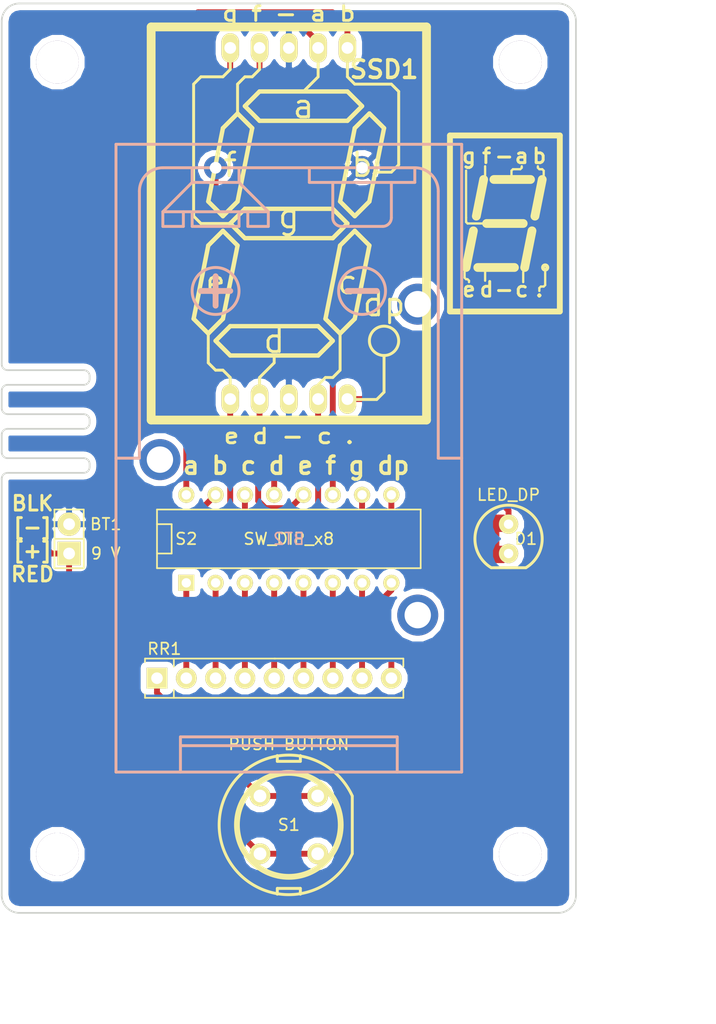
<source format=kicad_pcb>
(kicad_pcb (version 4) (host pcbnew 4.0.7-e2-6376~58~ubuntu16.04.1)

  (general
    (links 30)
    (no_connects 0)
    (area 76.124999 76.124999 126.059001 155.015001)
    (thickness 1.6)
    (drawings 91)
    (tracks 97)
    (zones 0)
    (modules 11)
    (nets 20)
  )

  (page A4)
  (layers
    (0 F.Cu signal)
    (31 B.Cu signal)
    (32 B.Adhes user)
    (33 F.Adhes user)
    (34 B.Paste user)
    (35 F.Paste user)
    (36 B.SilkS user)
    (37 F.SilkS user)
    (38 B.Mask user)
    (39 F.Mask user)
    (40 Dwgs.User user)
    (41 Cmts.User user)
    (42 Eco1.User user)
    (43 Eco2.User user)
    (44 Edge.Cuts user)
    (45 Margin user)
    (46 B.CrtYd user)
    (47 F.CrtYd user)
    (48 B.Fab user)
    (49 F.Fab user)
  )

  (setup
    (last_trace_width 0.25)
    (trace_clearance 0.2)
    (zone_clearance 0.508)
    (zone_45_only no)
    (trace_min 0.2)
    (segment_width 0.2)
    (edge_width 0.15)
    (via_size 0.6)
    (via_drill 0.4)
    (via_min_size 0.4)
    (via_min_drill 0.3)
    (uvia_size 0.3)
    (uvia_drill 0.1)
    (uvias_allowed no)
    (uvia_min_size 0)
    (uvia_min_drill 0)
    (pcb_text_width 0.3)
    (pcb_text_size 1.5 1.5)
    (mod_edge_width 0.15)
    (mod_text_size 1 1)
    (mod_text_width 0.15)
    (pad_size 1.524 1.524)
    (pad_drill 0.762)
    (pad_to_mask_clearance 0.2)
    (aux_axis_origin 0 0)
    (visible_elements FFFFFFFF)
    (pcbplotparams
      (layerselection 0x00130_80000001)
      (usegerberextensions false)
      (excludeedgelayer false)
      (linewidth 0.050800)
      (plotframeref true)
      (viasonmask false)
      (mode 1)
      (useauxorigin false)
      (hpglpennumber 1)
      (hpglpenspeed 20)
      (hpglpendiameter 15)
      (hpglpenoverlay 2)
      (psnegative false)
      (psa4output false)
      (plotreference true)
      (plotvalue true)
      (plotinvisibletext false)
      (padsonsilk true)
      (subtractmaskfromsilk false)
      (outputformat 4)
      (mirror false)
      (drillshape 2)
      (scaleselection 1)
      (outputdirectory lumitron_pdf/))
  )

  (net 0 "")
  (net 1 "Net-(RR1-Pad1)")
  (net 2 "Net-(RR1-Pad2)")
  (net 3 "Net-(RR1-Pad3)")
  (net 4 "Net-(RR1-Pad4)")
  (net 5 "Net-(RR1-Pad5)")
  (net 6 "Net-(RR1-Pad6)")
  (net 7 "Net-(RR1-Pad7)")
  (net 8 "Net-(RR1-Pad8)")
  (net 9 "Net-(RR1-Pad9)")
  (net 10 /dp)
  (net 11 /b)
  (net 12 /a)
  (net 13 /c)
  (net 14 /d)
  (net 15 /e)
  (net 16 /f)
  (net 17 /g)
  (net 18 /[+])
  (net 19 /[-])

  (net_class Default "This is the default net class."
    (clearance 0.2)
    (trace_width 0.25)
    (via_dia 0.6)
    (via_drill 0.4)
    (uvia_dia 0.3)
    (uvia_drill 0.1)
  )

  (net_class 10mil ""
    (clearance 0.2)
    (trace_width 0.254)
    (via_dia 0.6)
    (via_drill 0.4)
    (uvia_dia 0.3)
    (uvia_drill 0.1)
  )

  (net_class 20mil ""
    (clearance 0.2)
    (trace_width 0.508)
    (via_dia 0.6)
    (via_drill 0.4)
    (uvia_dia 0.3)
    (uvia_drill 0.1)
    (add_net /[+])
    (add_net /[-])
    (add_net /a)
    (add_net /b)
    (add_net /c)
    (add_net /d)
    (add_net /dp)
    (add_net /e)
    (add_net /f)
    (add_net /g)
    (add_net "Net-(RR1-Pad1)")
    (add_net "Net-(RR1-Pad2)")
    (add_net "Net-(RR1-Pad3)")
    (add_net "Net-(RR1-Pad4)")
    (add_net "Net-(RR1-Pad5)")
    (add_net "Net-(RR1-Pad6)")
    (add_net "Net-(RR1-Pad7)")
    (add_net "Net-(RR1-Pad8)")
    (add_net "Net-(RR1-Pad9)")
  )

  (module lumitron_pcb:Pin_Header_Straight_1x02 (layer F.Cu) (tedit 59BD0224) (tstamp 59BCC97A)
    (at 82.042 122.555 90)
    (descr "Through hole pin header")
    (tags "pin header")
    (path /59BCAC4F)
    (fp_text reference BT1 (at 1.27 3.175 180) (layer F.SilkS)
      (effects (font (size 1 1) (thickness 0.15)))
    )
    (fp_text value "9 V" (at -1.27 3.175 180) (layer F.SilkS)
      (effects (font (size 1 1) (thickness 0.15)))
    )
    (fp_line (start 0 -1.27) (end 0 1.27) (layer F.SilkS) (width 0.15))
    (fp_line (start -2.54 -1.27) (end -2.54 1.27) (layer F.SilkS) (width 0.15))
    (fp_line (start -2.54 1.27) (end 0 1.27) (layer F.SilkS) (width 0.15))
    (fp_line (start 0 1.27) (end 2.54 1.27) (layer F.SilkS) (width 0.15))
    (fp_line (start 2.54 1.27) (end 2.54 -1.27) (layer F.SilkS) (width 0.15))
    (fp_line (start 2.54 -1.27) (end -2.54 -1.27) (layer F.SilkS) (width 0.15))
    (pad 1 thru_hole rect (at -1.27 0 90) (size 2.032 2.032) (drill 1.016) (layers *.Cu *.Mask F.SilkS)
      (net 18 /[+]))
    (pad 2 thru_hole oval (at 1.27 0 90) (size 2.032 2.032) (drill 1.016) (layers *.Cu *.Mask F.SilkS)
      (net 19 /[-]))
    (model Pin_Headers/Pin_Header_Straight_1x02.wrl
      (at (xyz 0 0 0))
      (scale (xyz 1 1 1))
      (rotate (xyz 0 0 0))
    )
  )

  (module lumitron_pcb:SIP9_Housing (layer F.Cu) (tedit 0) (tstamp 59BCC993)
    (at 99.822 134.62)
    (descr SIP9)
    (tags SIP9)
    (path /59BCAE79)
    (fp_text reference RR1 (at -9.525 -2.54) (layer F.SilkS)
      (effects (font (size 1 1) (thickness 0.15)))
    )
    (fp_text value RR8_330 (at -0.1 1.27) (layer F.SilkS) hide
      (effects (font (size 1 1) (thickness 0.15)))
    )
    (fp_line (start -8.7 1.7) (end -8.7 1) (layer F.SilkS) (width 0.15))
    (fp_line (start -8.7 -1.7) (end -8.7 -1) (layer F.SilkS) (width 0.15))
    (fp_line (start 0 1.7) (end -11.2 1.7) (layer F.SilkS) (width 0.15))
    (fp_line (start -11.2 1.7) (end -11.2 1.4) (layer F.SilkS) (width 0.15))
    (fp_line (start 11.2 -1.2) (end 11.2 -1) (layer F.SilkS) (width 0.15))
    (fp_line (start 0 1.7) (end 11.2 1.7) (layer F.SilkS) (width 0.15))
    (fp_line (start 11.2 1.7) (end 11.2 1) (layer F.SilkS) (width 0.15))
    (fp_line (start 0.1 -1.7) (end -11.2 -1.7) (layer F.SilkS) (width 0.15))
    (fp_line (start -11.2 -1.7) (end -11.2 -1.4) (layer F.SilkS) (width 0.15))
    (fp_line (start 0 -1.7) (end 11.2 -1.7) (layer F.SilkS) (width 0.15))
    (fp_line (start 11.2 -1.7) (end 11.2 -1.1) (layer F.SilkS) (width 0.15))
    (pad 1 thru_hole rect (at -10.16 0 90) (size 1.8 1.8) (drill 1) (layers *.Cu *.Mask F.SilkS)
      (net 1 "Net-(RR1-Pad1)"))
    (pad 2 thru_hole circle (at -7.62 0 90) (size 1.8 1.8) (drill 1) (layers *.Cu *.Mask F.SilkS)
      (net 2 "Net-(RR1-Pad2)"))
    (pad 3 thru_hole circle (at -5.08 0 90) (size 1.8 1.8) (drill 1) (layers *.Cu *.Mask F.SilkS)
      (net 3 "Net-(RR1-Pad3)"))
    (pad 4 thru_hole circle (at -2.54 0 90) (size 1.8 1.8) (drill 1) (layers *.Cu *.Mask F.SilkS)
      (net 4 "Net-(RR1-Pad4)"))
    (pad 5 thru_hole circle (at 0 0 90) (size 1.8 1.8) (drill 1) (layers *.Cu *.Mask F.SilkS)
      (net 5 "Net-(RR1-Pad5)"))
    (pad 6 thru_hole circle (at 2.54 0 90) (size 1.8 1.8) (drill 1) (layers *.Cu *.Mask F.SilkS)
      (net 6 "Net-(RR1-Pad6)"))
    (pad 7 thru_hole circle (at 5.08 0 90) (size 1.8 1.8) (drill 1) (layers *.Cu *.Mask F.SilkS)
      (net 7 "Net-(RR1-Pad7)"))
    (pad 8 thru_hole circle (at 7.62 0 90) (size 1.8 1.8) (drill 1) (layers *.Cu *.Mask F.SilkS)
      (net 8 "Net-(RR1-Pad8)"))
    (pad 9 thru_hole circle (at 10.16 0 90) (size 1.8 1.8) (drill 1) (layers *.Cu *.Mask F.SilkS)
      (net 9 "Net-(RR1-Pad9)"))
    (model resistor_sip_9.wrl
      (at (xyz 0 0 0))
      (scale (xyz 1 1 1))
      (rotate (xyz 0 0 0))
    )
  )

  (module lumitron_pcb:DIP-16__300 (layer F.Cu) (tedit 0) (tstamp 59BCC9B9)
    (at 101.092 122.555)
    (descr "16 pins DIL package, round pads")
    (tags DIL)
    (path /59BCAF37)
    (fp_text reference S2 (at -8.89 0) (layer F.SilkS)
      (effects (font (size 1 1) (thickness 0.15)))
    )
    (fp_text value SW_DIP_x8 (at 0 0) (layer F.SilkS)
      (effects (font (size 1 1) (thickness 0.15)))
    )
    (fp_line (start -11.43 -1.27) (end -11.43 -1.27) (layer F.SilkS) (width 0.15))
    (fp_line (start -11.43 -1.27) (end -10.16 -1.27) (layer F.SilkS) (width 0.15))
    (fp_line (start -10.16 -1.27) (end -10.16 1.27) (layer F.SilkS) (width 0.15))
    (fp_line (start -10.16 1.27) (end -11.43 1.27) (layer F.SilkS) (width 0.15))
    (fp_line (start -11.43 -2.54) (end 11.43 -2.54) (layer F.SilkS) (width 0.15))
    (fp_line (start 11.43 -2.54) (end 11.43 2.54) (layer F.SilkS) (width 0.15))
    (fp_line (start 11.43 2.54) (end -11.43 2.54) (layer F.SilkS) (width 0.15))
    (fp_line (start -11.43 2.54) (end -11.43 -2.54) (layer F.SilkS) (width 0.15))
    (pad 1 thru_hole rect (at -8.89 3.81) (size 1.397 1.397) (drill 0.8128) (layers *.Cu *.Mask F.SilkS)
      (net 2 "Net-(RR1-Pad2)"))
    (pad 2 thru_hole circle (at -6.35 3.81) (size 1.397 1.397) (drill 0.8128) (layers *.Cu *.Mask F.SilkS)
      (net 3 "Net-(RR1-Pad3)"))
    (pad 3 thru_hole circle (at -3.81 3.81) (size 1.397 1.397) (drill 0.8128) (layers *.Cu *.Mask F.SilkS)
      (net 4 "Net-(RR1-Pad4)"))
    (pad 4 thru_hole circle (at -1.27 3.81) (size 1.397 1.397) (drill 0.8128) (layers *.Cu *.Mask F.SilkS)
      (net 5 "Net-(RR1-Pad5)"))
    (pad 5 thru_hole circle (at 1.27 3.81) (size 1.397 1.397) (drill 0.8128) (layers *.Cu *.Mask F.SilkS)
      (net 6 "Net-(RR1-Pad6)"))
    (pad 6 thru_hole circle (at 3.81 3.81) (size 1.397 1.397) (drill 0.8128) (layers *.Cu *.Mask F.SilkS)
      (net 7 "Net-(RR1-Pad7)"))
    (pad 7 thru_hole circle (at 6.35 3.81) (size 1.397 1.397) (drill 0.8128) (layers *.Cu *.Mask F.SilkS)
      (net 8 "Net-(RR1-Pad8)"))
    (pad 8 thru_hole circle (at 8.89 3.81) (size 1.397 1.397) (drill 0.8128) (layers *.Cu *.Mask F.SilkS)
      (net 9 "Net-(RR1-Pad9)"))
    (pad 9 thru_hole circle (at 8.89 -3.81) (size 1.397 1.397) (drill 0.8128) (layers *.Cu *.Mask F.SilkS)
      (net 10 /dp))
    (pad 10 thru_hole circle (at 6.35 -3.81) (size 1.397 1.397) (drill 0.8128) (layers *.Cu *.Mask F.SilkS)
      (net 17 /g))
    (pad 11 thru_hole circle (at 3.81 -3.81) (size 1.397 1.397) (drill 0.8128) (layers *.Cu *.Mask F.SilkS)
      (net 16 /f))
    (pad 12 thru_hole circle (at 1.27 -3.81) (size 1.397 1.397) (drill 0.8128) (layers *.Cu *.Mask F.SilkS)
      (net 15 /e))
    (pad 13 thru_hole circle (at -1.27 -3.81) (size 1.397 1.397) (drill 0.8128) (layers *.Cu *.Mask F.SilkS)
      (net 14 /d))
    (pad 14 thru_hole circle (at -3.81 -3.81) (size 1.397 1.397) (drill 0.8128) (layers *.Cu *.Mask F.SilkS)
      (net 13 /c))
    (pad 15 thru_hole circle (at -6.35 -3.81) (size 1.397 1.397) (drill 0.8128) (layers *.Cu *.Mask F.SilkS)
      (net 11 /b))
    (pad 16 thru_hole circle (at -8.89 -3.81) (size 1.397 1.397) (drill 0.8128) (layers *.Cu *.Mask F.SilkS)
      (net 12 /a))
    (model DIPSWITCH8.wrl
      (at (xyz 0 0 0))
      (scale (xyz 1 1 1))
      (rotate (xyz 0 0 0))
    )
  )

  (module lumitron_pcb:7SegmentLED (layer F.Cu) (tedit 59BCC65C) (tstamp 59BD0148)
    (at 101.092 95.25)
    (path /59BCAFCA)
    (fp_text reference SSD1 (at 8.255 -13.335) (layer F.SilkS)
      (effects (font (thickness 0.3048)))
    )
    (fp_text value SC10-21SRWA (at -10.16 0 90) (layer F.SilkS) hide
      (effects (font (thickness 0.3048)))
    )
    (fp_line (start -7.62 0) (end -5.08 0) (layer F.SilkS) (width 0.254))
    (fp_line (start -8.255 -0.635) (end -7.62 0) (layer F.SilkS) (width 0.254))
    (fp_line (start -8.255 -12.065) (end -8.255 -0.635) (layer F.SilkS) (width 0.254))
    (fp_line (start -7.62 -12.7) (end -8.255 -12.065) (layer F.SilkS) (width 0.254))
    (fp_line (start -5.715 -12.7) (end -7.62 -12.7) (layer F.SilkS) (width 0.254))
    (fp_line (start -5.08 -13.335) (end -5.715 -12.7) (layer F.SilkS) (width 0.254))
    (fp_line (start -5.08 -13.97) (end -5.08 -13.335) (layer F.SilkS) (width 0.254))
    (fp_line (start -2.54 -13.335) (end -2.54 -13.97) (layer F.SilkS) (width 0.254))
    (fp_line (start -3.175 -12.7) (end -2.54 -13.335) (layer F.SilkS) (width 0.254))
    (fp_line (start -3.81 -12.7) (end -3.175 -12.7) (layer F.SilkS) (width 0.254))
    (fp_line (start -4.445 -12.065) (end -3.81 -12.7) (layer F.SilkS) (width 0.254))
    (fp_line (start -4.445 -9.525) (end -4.445 -12.065) (layer F.SilkS) (width 0.254))
    (fp_line (start -5.08 13.335) (end -5.08 13.97) (layer F.SilkS) (width 0.254))
    (fp_line (start -5.715 12.7) (end -5.08 13.335) (layer F.SilkS) (width 0.254))
    (fp_line (start -6.35 12.7) (end -5.715 12.7) (layer F.SilkS) (width 0.254))
    (fp_line (start -6.985 12.065) (end -6.35 12.7) (layer F.SilkS) (width 0.254))
    (fp_line (start -6.985 10.795) (end -6.985 12.065) (layer F.SilkS) (width 0.254))
    (fp_line (start -6.985 9.525) (end -6.985 10.795) (layer F.SilkS) (width 0.254))
    (fp_line (start -2.54 13.335) (end -2.54 13.97) (layer F.SilkS) (width 0.254))
    (fp_line (start -1.27 12.065) (end -2.54 13.335) (layer F.SilkS) (width 0.254))
    (fp_line (start -1.27 11.43) (end -1.27 12.065) (layer F.SilkS) (width 0.254))
    (fp_line (start 3.175 13.335) (end 2.54 13.97) (layer F.SilkS) (width 0.254))
    (fp_line (start 3.81 13.335) (end 3.175 13.335) (layer F.SilkS) (width 0.254))
    (fp_line (start 4.445 12.7) (end 3.81 13.335) (layer F.SilkS) (width 0.254))
    (fp_line (start 4.445 9.525) (end 4.445 12.7) (layer F.SilkS) (width 0.254))
    (fp_line (start 7.62 15.24) (end 5.715 15.24) (layer F.SilkS) (width 0.254))
    (fp_line (start 8.255 14.605) (end 7.62 15.24) (layer F.SilkS) (width 0.254))
    (fp_line (start 8.255 11.43) (end 8.255 14.605) (layer F.SilkS) (width 0.254))
    (fp_line (start 8.89 -4.445) (end 7.62 -4.445) (layer F.SilkS) (width 0.254))
    (fp_line (start 9.525 -5.08) (end 8.89 -4.445) (layer F.SilkS) (width 0.254))
    (fp_line (start 9.525 -11.43) (end 9.525 -5.08) (layer F.SilkS) (width 0.254))
    (fp_line (start 8.89 -12.065) (end 9.525 -11.43) (layer F.SilkS) (width 0.254))
    (fp_line (start 5.715 -12.065) (end 8.89 -12.065) (layer F.SilkS) (width 0.254))
    (fp_line (start 5.08 -12.7) (end 5.715 -12.065) (layer F.SilkS) (width 0.254))
    (fp_line (start 5.08 -15.24) (end 5.08 -12.7) (layer F.SilkS) (width 0.254))
    (fp_line (start 2.54 -12.7) (end 1.27 -11.43) (layer F.SilkS) (width 0.254))
    (fp_line (start 2.54 -15.24) (end 2.54 -12.7) (layer F.SilkS) (width 0.254))
    (fp_text user a (at 1.27 -10.16) (layer F.SilkS)
      (effects (font (size 2.032 2.032) (thickness 0.254)))
    )
    (fp_circle (center 8.255 10.16) (end 6.985 10.16) (layer F.SilkS) (width 0.254))
    (fp_line (start -6.985 1.905) (end -5.715 0.635) (layer F.SilkS) (width 0.381))
    (fp_line (start -8.255 8.255) (end -6.985 1.905) (layer F.SilkS) (width 0.381))
    (fp_line (start -6.985 9.525) (end -8.255 8.255) (layer F.SilkS) (width 0.381))
    (fp_line (start -5.715 8.255) (end -6.985 9.525) (layer F.SilkS) (width 0.381))
    (fp_line (start -4.445 1.905) (end -5.715 8.255) (layer F.SilkS) (width 0.381))
    (fp_line (start -5.715 0.635) (end -4.445 1.905) (layer F.SilkS) (width 0.381))
    (fp_line (start -6.985 -1.905) (end -5.715 -0.635) (layer F.SilkS) (width 0.381))
    (fp_line (start -5.715 -8.255) (end -6.985 -1.905) (layer F.SilkS) (width 0.381))
    (fp_line (start -4.445 -9.525) (end -5.715 -8.255) (layer F.SilkS) (width 0.381))
    (fp_line (start -3.175 -8.255) (end -4.445 -9.525) (layer F.SilkS) (width 0.381))
    (fp_line (start -4.445 -1.905) (end -3.175 -8.255) (layer F.SilkS) (width 0.381))
    (fp_line (start -5.715 -0.635) (end -4.445 -1.905) (layer F.SilkS) (width 0.381))
    (fp_line (start 6.985 1.905) (end 5.715 0.635) (layer F.SilkS) (width 0.381))
    (fp_line (start 5.715 8.255) (end 6.985 1.905) (layer F.SilkS) (width 0.381))
    (fp_line (start 4.445 9.525) (end 5.715 8.255) (layer F.SilkS) (width 0.381))
    (fp_line (start 3.175 8.255) (end 4.445 9.525) (layer F.SilkS) (width 0.381))
    (fp_line (start 4.445 1.905) (end 3.175 8.255) (layer F.SilkS) (width 0.381))
    (fp_line (start 5.715 0.635) (end 4.445 1.905) (layer F.SilkS) (width 0.381))
    (fp_line (start 6.985 -1.905) (end 5.715 -0.635) (layer F.SilkS) (width 0.381))
    (fp_line (start 8.255 -8.255) (end 6.985 -1.905) (layer F.SilkS) (width 0.381))
    (fp_line (start 6.985 -9.525) (end 8.255 -8.255) (layer F.SilkS) (width 0.381))
    (fp_line (start 5.715 -8.255) (end 6.985 -9.525) (layer F.SilkS) (width 0.381))
    (fp_line (start 4.445 -1.905) (end 5.715 -8.255) (layer F.SilkS) (width 0.381))
    (fp_line (start 5.715 -0.635) (end 4.445 -1.905) (layer F.SilkS) (width 0.381))
    (fp_line (start -3.81 1.27) (end -5.08 0) (layer F.SilkS) (width 0.381))
    (fp_line (start 3.81 1.27) (end -3.81 1.27) (layer F.SilkS) (width 0.381))
    (fp_line (start 5.08 0) (end 3.81 1.27) (layer F.SilkS) (width 0.381))
    (fp_line (start 3.81 -1.27) (end 5.08 0) (layer F.SilkS) (width 0.381))
    (fp_line (start -3.81 -1.27) (end 3.81 -1.27) (layer F.SilkS) (width 0.381))
    (fp_line (start -5.08 0) (end -3.81 -1.27) (layer F.SilkS) (width 0.381))
    (fp_line (start -11.938 17.018) (end -11.938 -17.018) (layer F.SilkS) (width 0.762))
    (fp_line (start 11.938 17.018) (end -11.938 17.018) (layer F.SilkS) (width 0.762))
    (fp_line (start 11.938 -17.018) (end 11.938 17.018) (layer F.SilkS) (width 0.762))
    (fp_line (start -11.938 -17.018) (end 11.938 -17.018) (layer F.SilkS) (width 0.762))
    (fp_line (start -3.81 -10.16) (end -2.54 -11.43) (layer F.SilkS) (width 0.381))
    (fp_line (start -2.54 -11.43) (end 5.08 -11.43) (layer F.SilkS) (width 0.381))
    (fp_line (start 5.08 -11.43) (end 6.35 -10.16) (layer F.SilkS) (width 0.381))
    (fp_line (start -2.54 -8.89) (end -3.81 -10.16) (layer F.SilkS) (width 0.381))
    (fp_line (start 6.35 -10.16) (end 5.08 -8.89) (layer F.SilkS) (width 0.381))
    (fp_line (start 5.08 -8.89) (end -2.54 -8.89) (layer F.SilkS) (width 0.381))
    (fp_line (start 2.54 11.43) (end -5.08 11.43) (layer F.SilkS) (width 0.381))
    (fp_line (start -5.08 8.89) (end 2.54 8.89) (layer F.SilkS) (width 0.381))
    (fp_line (start 2.54 8.89) (end 3.81 10.16) (layer F.SilkS) (width 0.381))
    (fp_line (start 3.81 10.16) (end 2.54 11.43) (layer F.SilkS) (width 0.381))
    (fp_line (start -6.35 10.16) (end -5.08 8.89) (layer F.SilkS) (width 0.381))
    (fp_line (start -5.08 11.43) (end -6.35 10.16) (layer F.SilkS) (width 0.381))
    (fp_text user b (at 6.35 -5.08) (layer F.SilkS)
      (effects (font (size 2.032 2.032) (thickness 0.254)))
    )
    (fp_text user c (at 5.08 5.08) (layer F.SilkS)
      (effects (font (size 2.032 2.032) (thickness 0.254)))
    )
    (fp_text user d (at -1.27 10.16) (layer F.SilkS)
      (effects (font (size 2.032 2.032) (thickness 0.254)))
    )
    (fp_text user e (at -6.35 5.08) (layer F.SilkS)
      (effects (font (size 2.032 2.032) (thickness 0.254)))
    )
    (fp_text user f (at -5.08 -5.08) (layer F.SilkS)
      (effects (font (size 2.032 2.032) (thickness 0.254)))
    )
    (fp_text user g (at 0 -0.635) (layer F.SilkS)
      (effects (font (size 2.032 2.032) (thickness 0.254)))
    )
    (fp_text user dp (at 8.255 6.985) (layer F.SilkS)
      (effects (font (size 2.032 2.032) (thickness 0.254)))
    )
    (pad 1 thru_hole oval (at -5.08 15.2019) (size 1.524 2.54) (drill 1.016) (layers *.Cu *.Mask F.SilkS)
      (net 15 /e))
    (pad 2 thru_hole oval (at -2.54 15.2019) (size 1.524 2.54) (drill 1.016) (layers *.Cu *.Mask F.SilkS)
      (net 14 /d))
    (pad 3 thru_hole oval (at 0 15.2019) (size 1.524 2.54) (drill 1.016) (layers *.Cu *.Mask F.SilkS)
      (net 19 /[-]))
    (pad 4 thru_hole oval (at 2.54 15.2019) (size 1.524 2.54) (drill 1.016) (layers *.Cu *.Mask F.SilkS)
      (net 13 /c))
    (pad 5 thru_hole oval (at 5.08 15.2019) (size 1.524 2.54) (drill 1.016) (layers *.Cu *.Mask F.SilkS)
      (net 10 /dp))
    (pad 6 thru_hole oval (at 5.08 -15.2019) (size 1.524 2.54) (drill 1.016) (layers *.Cu *.Mask F.SilkS)
      (net 11 /b))
    (pad 7 thru_hole oval (at 2.54 -15.2019) (size 1.524 2.54) (drill 1.016) (layers *.Cu *.Mask F.SilkS)
      (net 12 /a))
    (pad 8 thru_hole oval (at 0 -15.2019) (size 1.524 2.54) (drill 1.016) (layers *.Cu *.Mask F.SilkS)
      (net 19 /[-]))
    (pad 9 thru_hole oval (at -2.54 -15.2019) (size 1.524 2.54) (drill 1.016) (layers *.Cu *.Mask F.SilkS)
      (net 16 /f))
    (pad 10 thru_hole oval (at -5.08 -15.2019) (size 1.524 2.54) (drill 1.016) (layers *.Cu *.Mask F.SilkS)
      (net 17 /g))
    (model SC10-21SRWA.wrl
      (at (xyz 0 0 0))
      (scale (xyz 1 1 1))
      (rotate (xyz 0 0 0))
    )
  )

  (module Mounting_Holes:MountingHole_3-7mm (layer F.Cu) (tedit 59BD0167) (tstamp 59BD0340)
    (at 81.026 149.86)
    (descr "Mounting hole, Befestigungsbohrung, 3,7mm, No Annular, Kein Restring,")
    (tags "Mounting hole, Befestigungsbohrung, 3,7mm, No Annular, Kein Restring,")
    (path /59BCDD47)
    (fp_text reference H1 (at 0 -2.54) (layer F.SilkS) hide
      (effects (font (size 1 1) (thickness 0.15)))
    )
    (fp_text value MTG_H (at -0.889 1.905) (layer F.SilkS) hide
      (effects (font (size 1 1) (thickness 0.15)))
    )
    (fp_circle (center 0 0) (end 3.70078 0) (layer Cmts.User) (width 0.381))
    (pad 1 thru_hole circle (at 0 0) (size 3.70078 3.70078) (drill 3.70078) (layers))
  )

  (module Mounting_Holes:MountingHole_3-7mm (layer F.Cu) (tedit 59BD0160) (tstamp 59BD0345)
    (at 121.158 149.86)
    (descr "Mounting hole, Befestigungsbohrung, 3,7mm, No Annular, Kein Restring,")
    (tags "Mounting hole, Befestigungsbohrung, 3,7mm, No Annular, Kein Restring,")
    (path /59BCDECC)
    (fp_text reference H2 (at 0 -2.54) (layer F.SilkS) hide
      (effects (font (size 1 1) (thickness 0.15)))
    )
    (fp_text value MTG_H (at -0.381 1.905) (layer F.SilkS) hide
      (effects (font (size 1 1) (thickness 0.15)))
    )
    (fp_circle (center 0 0) (end 3.70078 0) (layer Cmts.User) (width 0.381))
    (pad 1 thru_hole circle (at 0 0) (size 3.70078 3.70078) (drill 3.70078) (layers))
  )

  (module Mounting_Holes:MountingHole_3-7mm (layer F.Cu) (tedit 59BD0154) (tstamp 59BD034A)
    (at 81.026 81.28)
    (descr "Mounting hole, Befestigungsbohrung, 3,7mm, No Annular, Kein Restring,")
    (tags "Mounting hole, Befestigungsbohrung, 3,7mm, No Annular, Kein Restring,")
    (path /59BCDF28)
    (fp_text reference H3 (at 0 -2.54) (layer F.SilkS) hide
      (effects (font (size 1 1) (thickness 0.15)))
    )
    (fp_text value MTG_H (at -0.254 1.905) (layer F.SilkS) hide
      (effects (font (size 1 1) (thickness 0.15)))
    )
    (fp_circle (center 0 0) (end 3.70078 0) (layer Cmts.User) (width 0.381))
    (pad 1 thru_hole circle (at 0 0) (size 3.70078 3.70078) (drill 3.70078) (layers))
  )

  (module Mounting_Holes:MountingHole_3-7mm (layer F.Cu) (tedit 59BD015A) (tstamp 59BD034F)
    (at 121.158 81.28)
    (descr "Mounting hole, Befestigungsbohrung, 3,7mm, No Annular, Kein Restring,")
    (tags "Mounting hole, Befestigungsbohrung, 3,7mm, No Annular, Kein Restring,")
    (path /59BCDF8E)
    (fp_text reference H4 (at 0 -2.54) (layer F.SilkS) hide
      (effects (font (size 1 1) (thickness 0.15)))
    )
    (fp_text value MTG_H (at -0.381 1.905) (layer F.SilkS) hide
      (effects (font (size 1 1) (thickness 0.15)))
    )
    (fp_circle (center 0 0) (end 3.70078 0) (layer Cmts.User) (width 0.381))
    (pad 1 thru_hole circle (at 0 0) (size 3.70078 3.70078) (drill 3.70078) (layers))
  )

  (module lumitron_pcb:Push_Button (layer F.Cu) (tedit 59BD01A5) (tstamp 59BD0718)
    (at 101.092 147.32 90)
    (descr "Through hole pin header")
    (tags "pin header")
    (path /59BCADF6)
    (fp_text reference S1 (at 0 0 180) (layer F.SilkS)
      (effects (font (size 1 1) (thickness 0.15)))
    )
    (fp_text value "PUSH BUTTON" (at 6.985 0 180) (layer F.SilkS)
      (effects (font (size 1 1) (thickness 0.15)))
    )
    (fp_line (start 5.5 1) (end 6 1) (layer F.SilkS) (width 0.254))
    (fp_line (start 5.5 -1) (end 5.5 1) (layer F.SilkS) (width 0.254))
    (fp_line (start 6 -1) (end 5.5 -1) (layer F.SilkS) (width 0.254))
    (fp_line (start -5.5 1) (end -6 1) (layer F.SilkS) (width 0.254))
    (fp_line (start -5.5 -1) (end -5.5 1) (layer F.SilkS) (width 0.254))
    (fp_line (start -6 -1) (end -5.5 -1) (layer F.SilkS) (width 0.254))
    (fp_circle (center 0 0) (end -4.5 0) (layer F.SilkS) (width 0.5))
    (fp_arc (start 0 0) (end -2.5 5.5) (angle 311.1120904) (layer F.SilkS) (width 0.254))
    (fp_line (start -2.5 5.5) (end 2.5 5.5) (layer F.SilkS) (width 0.254))
    (pad 1 thru_hole circle (at -2.5 2.5 90) (size 1.8 1.8) (drill 1.1) (layers *.Cu *.Mask F.SilkS)
      (net 18 /[+]))
    (pad 3 thru_hole circle (at -2.5 -2.5 90) (size 1.8 1.8) (drill 1.1) (layers *.Cu *.Mask F.SilkS)
      (net 18 /[+]))
    (pad 2 thru_hole circle (at 2.5 2.5 90) (size 1.8 1.8) (drill 1.1) (layers *.Cu *.Mask F.SilkS)
      (net 1 "Net-(RR1-Pad1)"))
    (pad 4 thru_hole circle (at 2.5 -2.5 90) (size 1.8 1.8) (drill 1.1) (layers *.Cu *.Mask F.SilkS)
      (net 1 "Net-(RR1-Pad1)"))
    (model ks-01q.wrl
      (at (xyz 0 0 0))
      (scale (xyz 1 1 1))
      (rotate (xyz 0 0 0))
    )
  )

  (module lumitron_pcb:LED-5MM_SMD (layer F.Cu) (tedit 59BCEAFB) (tstamp 59BD2270)
    (at 120.142 122.555 270)
    (descr "LED 5mm - Lead pitch 100mil (2,54mm)")
    (tags "LED led 5mm 5MM 100mil 2,54mm")
    (path /59BCD385)
    (fp_text reference D1 (at 0 -1.5 360) (layer F.SilkS)
      (effects (font (size 1 1) (thickness 0.15)))
    )
    (fp_text value LED_DP (at -3.81 0 360) (layer F.SilkS)
      (effects (font (size 1 1) (thickness 0.15)))
    )
    (fp_arc (start 0 0) (end 2.5 1.5) (angle 298.0724869) (layer F.SilkS) (width 0.254))
    (fp_line (start 2.5 -1.5) (end 2.5 1.5) (layer F.SilkS) (width 0.254))
    (pad 1 thru_hole circle (at -1.27 0 270) (size 1.6764 1.6764) (drill 0.8128) (layers *.Cu *.Mask F.SilkS)
      (net 10 /dp))
    (pad 2 thru_hole circle (at 1.27 0 270) (size 1.6764 1.6764) (drill 0.8128) (layers *.Cu *.Mask F.SilkS)
      (net 10 /dp))
    (pad 1 smd rect (at -1.35 1 270) (size 1.5 1.3) (layers F.Cu F.Paste F.Mask)
      (net 10 /dp))
    (pad 2 smd rect (at 1.35 1 270) (size 1.5 1.3) (layers F.Cu F.Paste F.Mask)
      (net 10 /dp))
    (pad 1 smd rect (at -0.7 1 270) (size 1.5 0.4) (layers F.Cu F.Paste F.Mask)
      (net 10 /dp))
    (pad 2 smd rect (at 0.7 1 270) (size 1.5 0.4) (layers F.Cu F.Paste F.Mask)
      (net 10 /dp))
    (model LEDs/LED-5MM.wrl
      (at (xyz 0 0 0))
      (scale (xyz 1 1 1))
      (rotate (xyz 0 0 0))
    )
  )

  (module lumitron_pcb:BH9VPC (layer B.Cu) (tedit 59BD071B) (tstamp 59BD16AC)
    (at 101.092 115.57 90)
    (path /59BCE326)
    (fp_text reference BT2 (at -6.985 0 180) (layer B.SilkS)
      (effects (font (size 1 1) (thickness 0.15)) (justify mirror))
    )
    (fp_text value BH9VPC (at 0 0 90) (layer B.Fab) hide
      (effects (font (size 1 1) (thickness 0.15)) (justify mirror))
    )
    (fp_line (start 20.066 -10.922) (end 21.336 -10.922) (layer B.SilkS) (width 0.254))
    (fp_line (start 20.066 -9.144) (end 20.066 -10.922) (layer B.SilkS) (width 0.254))
    (fp_line (start 21.336 -9.144) (end 20.066 -9.144) (layer B.SilkS) (width 0.254))
    (fp_line (start 20.066 -8.382) (end 21.336 -8.382) (layer B.SilkS) (width 0.254))
    (fp_line (start 20.066 -4.318) (end 20.066 -8.382) (layer B.SilkS) (width 0.254))
    (fp_line (start 21.336 -4.318) (end 20.066 -4.318) (layer B.SilkS) (width 0.254))
    (fp_line (start 20.066 -3.556) (end 21.336 -3.556) (layer B.SilkS) (width 0.254))
    (fp_line (start 20.066 -1.778) (end 20.066 -3.556) (layer B.SilkS) (width 0.254))
    (fp_line (start 21.336 -1.778) (end 20.066 -1.778) (layer B.SilkS) (width 0.254))
    (fp_line (start 21.336 -10.922) (end 21.336 -1.778) (layer B.SilkS) (width 0.254))
    (fp_line (start 23.876 -8.382) (end 21.336 -10.922) (layer B.SilkS) (width 0.254))
    (fp_line (start 21.336 -1.778) (end 23.876 -4.318) (layer B.SilkS) (width 0.254))
    (fp_line (start 23.876 -8.382) (end 25.146 -8.382) (layer B.SilkS) (width 0.254))
    (fp_line (start 23.876 -8.128) (end 23.876 -8.382) (layer B.SilkS) (width 0.254))
    (fp_line (start 23.876 -4.318) (end 23.876 -8.128) (layer B.SilkS) (width 0.254))
    (fp_line (start 25.146 -4.318) (end 23.876 -4.318) (layer B.SilkS) (width 0.254))
    (fp_arc (start 20.828 4.572) (end 20.828 3.81) (angle -90) (layer B.SilkS) (width 0.254))
    (fp_arc (start 20.828 8.128) (end 20.066 8.128) (angle -90) (layer B.SilkS) (width 0.254))
    (fp_line (start 20.828 3.81) (end 23.876 3.81) (layer B.SilkS) (width 0.254))
    (fp_line (start 20.066 8.128) (end 20.066 4.572) (layer B.SilkS) (width 0.254))
    (fp_line (start 23.876 8.89) (end 20.828 8.89) (layer B.SilkS) (width 0.254))
    (fp_line (start 23.876 1.778) (end 25.146 1.778) (layer B.SilkS) (width 0.254))
    (fp_line (start 23.876 10.922) (end 23.876 1.778) (layer B.SilkS) (width 0.254))
    (fp_line (start 25.146 10.922) (end 23.876 10.922) (layer B.SilkS) (width 0.254))
    (fp_line (start -24.892 -9.398) (end -24.892 9.398) (layer B.SilkS) (width 0.254))
    (fp_line (start -24.13 -9.398) (end -27.178 -9.398) (layer B.SilkS) (width 0.254))
    (fp_line (start -24.13 9.398) (end -24.13 -9.398) (layer B.SilkS) (width 0.254))
    (fp_line (start -27.178 9.398) (end -24.13 9.398) (layer B.SilkS) (width 0.254))
    (fp_arc (start 23.114 -10.922) (end 25.146 -10.922) (angle -90) (layer B.SilkS) (width 0.254))
    (fp_arc (start 23.114 10.922) (end 23.114 12.954) (angle -90) (layer B.SilkS) (width 0.254))
    (fp_line (start 0 12.954) (end 0 14.986) (layer B.SilkS) (width 0.254))
    (fp_line (start 23.114 12.954) (end 0 12.954) (layer B.SilkS) (width 0.254))
    (fp_line (start 25.146 -10.922) (end 25.146 10.922) (layer B.SilkS) (width 0.254))
    (fp_line (start 0 -12.954) (end 23.114 -12.954) (layer B.SilkS) (width 0.254))
    (fp_line (start 0 -14.986) (end 0 -12.954) (layer B.SilkS) (width 0.254))
    (fp_line (start 14.478 7.62) (end 14.478 5.08) (layer B.SilkS) (width 0.508))
    (fp_line (start 14.478 -5.08) (end 14.478 -7.62) (layer B.SilkS) (width 0.508))
    (fp_line (start 13.208 -6.35) (end 15.748 -6.35) (layer B.SilkS) (width 0.508))
    (fp_circle (center 14.478 -6.35) (end 12.446 -6.35) (layer B.SilkS) (width 0.254))
    (fp_line (start -27.178 -14.986) (end -27.178 14.986) (layer B.SilkS) (width 0.254))
    (fp_line (start 27.178 -14.986) (end -27.178 -14.986) (layer B.SilkS) (width 0.254))
    (fp_line (start 27.178 14.986) (end 27.178 -14.986) (layer B.SilkS) (width 0.254))
    (fp_line (start -27.178 14.986) (end 27.178 14.986) (layer B.SilkS) (width 0.254))
    (fp_circle (center 14.478 6.35) (end 12.446 6.35) (layer B.SilkS) (width 0.254))
    (pad 2 thru_hole circle (at 25.146 6.35 90) (size 2.032 2.032) (drill 1.016) (layers *.Cu *.Mask)
      (net 19 /[-]))
    (pad 1 thru_hole circle (at 25.146 -6.35 90) (size 2.032 2.032) (drill 1.016) (layers *.Cu *.Mask)
      (net 18 /[+]))
    (pad "" thru_hole circle (at -0.127 -11.176 90) (size 3.556 3.556) (drill 2.286) (layers *.Cu *.Mask))
    (pad "" thru_hole circle (at -13.589 11.176 90) (size 3.556 3.556) (drill 2.286) (layers *.Cu *.Mask))
    (pad "" thru_hole circle (at 13.335 11.176 90) (size 3.556 3.556) (drill 2.286) (layers *.Cu *.Mask))
    (model pp3_holder.wrl
      (at (xyz 0 0 0))
      (scale (xyz 1 1 1))
      (rotate (xyz 0 0 0))
    )
    (model pp3_battery.wrl
      (at (xyz 0 0 0))
      (scale (xyz 1 1 1))
      (rotate (xyz 0 0 0))
    )
  )

  (gr_line (start 76.2 113.538) (end 76.2 115.062) (layer Edge.Cuts) (width 0.15))
  (gr_line (start 76.2 109.728) (end 76.2 111.252) (layer Edge.Cuts) (width 0.15))
  (gr_arc (start 76.708 107.442) (end 76.708 107.95) (angle 90) (layer Edge.Cuts) (width 0.15))
  (gr_arc (start 83.312 108.458) (end 83.312 107.95) (angle 90) (layer Edge.Cuts) (width 0.15))
  (gr_arc (start 83.312 108.712) (end 83.82 108.712) (angle 90) (layer Edge.Cuts) (width 0.15))
  (gr_arc (start 76.708 109.728) (end 76.2 109.728) (angle 90) (layer Edge.Cuts) (width 0.15))
  (gr_arc (start 76.708 111.252) (end 76.708 111.76) (angle 90) (layer Edge.Cuts) (width 0.15))
  (gr_arc (start 83.312 112.268) (end 83.312 111.76) (angle 90) (layer Edge.Cuts) (width 0.15))
  (gr_arc (start 83.312 112.522) (end 83.82 112.522) (angle 90) (layer Edge.Cuts) (width 0.15))
  (gr_arc (start 76.708 113.538) (end 76.2 113.538) (angle 90) (layer Edge.Cuts) (width 0.15))
  (gr_arc (start 76.708 115.062) (end 76.708 115.57) (angle 90) (layer Edge.Cuts) (width 0.15))
  (gr_arc (start 83.312 116.078) (end 83.312 115.57) (angle 90) (layer Edge.Cuts) (width 0.15))
  (gr_arc (start 83.312 116.332) (end 83.82 116.332) (angle 90) (layer Edge.Cuts) (width 0.15))
  (gr_arc (start 76.708 117.348) (end 76.2 117.348) (angle 90) (layer Edge.Cuts) (width 0.15))
  (gr_line (start 76.2 153.416) (end 76.2 117.348) (layer Edge.Cuts) (width 0.15))
  (gr_line (start 83.312 107.95) (end 76.708 107.95) (layer Edge.Cuts) (width 0.15))
  (gr_line (start 83.82 108.712) (end 83.82 108.458) (layer Edge.Cuts) (width 0.15))
  (gr_line (start 76.708 109.22) (end 83.312 109.22) (layer Edge.Cuts) (width 0.15))
  (gr_line (start 83.312 111.76) (end 76.708 111.76) (layer Edge.Cuts) (width 0.15))
  (gr_line (start 83.82 112.522) (end 83.82 112.268) (layer Edge.Cuts) (width 0.15))
  (gr_line (start 76.708 113.03) (end 83.312 113.03) (layer Edge.Cuts) (width 0.15))
  (gr_line (start 83.312 115.57) (end 76.708 115.57) (layer Edge.Cuts) (width 0.15))
  (gr_line (start 83.82 116.332) (end 83.82 116.078) (layer Edge.Cuts) (width 0.15))
  (gr_line (start 76.708 116.84) (end 83.312 116.84) (layer Edge.Cuts) (width 0.15))
  (gr_text "a b c d e f g dp" (at 101.727 116.205) (layer F.SilkS)
    (effects (font (size 1.5 1.5) (thickness 0.3)))
  )
  (dimension 78.74 (width 0.3) (layer Dwgs.User)
    (gr_text "3.1000 in" (at 135.462 115.57 90) (layer Dwgs.User)
      (effects (font (size 1.5 1.5) (thickness 0.3)))
    )
    (feature1 (pts (xy 125.984 76.2) (xy 136.812 76.2)))
    (feature2 (pts (xy 125.984 154.94) (xy 136.812 154.94)))
    (crossbar (pts (xy 134.112 154.94) (xy 134.112 76.2)))
    (arrow1a (pts (xy 134.112 76.2) (xy 134.698421 77.326504)))
    (arrow1b (pts (xy 134.112 76.2) (xy 133.525579 77.326504)))
    (arrow2a (pts (xy 134.112 154.94) (xy 134.698421 153.813496)))
    (arrow2b (pts (xy 134.112 154.94) (xy 133.525579 153.813496)))
  )
  (dimension 68.58 (width 0.3) (layer Dwgs.User)
    (gr_text "2.7000 in" (at 130.382 115.57 90) (layer Dwgs.User)
      (effects (font (size 1.5 1.5) (thickness 0.3)))
    )
    (feature1 (pts (xy 121.158 81.28) (xy 131.732 81.28)))
    (feature2 (pts (xy 121.158 149.86) (xy 131.732 149.86)))
    (crossbar (pts (xy 129.032 149.86) (xy 129.032 81.28)))
    (arrow1a (pts (xy 129.032 81.28) (xy 129.618421 82.406504)))
    (arrow1b (pts (xy 129.032 81.28) (xy 128.445579 82.406504)))
    (arrow2a (pts (xy 129.032 149.86) (xy 129.618421 148.733496)))
    (arrow2b (pts (xy 129.032 149.86) (xy 128.445579 148.733496)))
  )
  (dimension 49.784 (width 0.3) (layer Dwgs.User)
    (gr_text "1.9600 in" (at 101.092 165.179999) (layer Dwgs.User)
      (effects (font (size 1.5 1.5) (thickness 0.3)))
    )
    (feature1 (pts (xy 125.984 154.94) (xy 125.984 166.529999)))
    (feature2 (pts (xy 76.2 154.94) (xy 76.2 166.529999)))
    (crossbar (pts (xy 76.2 163.829999) (xy 125.984 163.829999)))
    (arrow1a (pts (xy 125.984 163.829999) (xy 124.857496 164.41642)))
    (arrow1b (pts (xy 125.984 163.829999) (xy 124.857496 163.243578)))
    (arrow2a (pts (xy 76.2 163.829999) (xy 77.326504 164.41642)))
    (arrow2b (pts (xy 76.2 163.829999) (xy 77.326504 163.243578)))
  )
  (dimension 40.132 (width 0.3) (layer Dwgs.User)
    (gr_text "1.5800 in" (at 101.092 160.1) (layer Dwgs.User)
      (effects (font (size 1.5 1.5) (thickness 0.3)))
    )
    (feature1 (pts (xy 121.158 149.86) (xy 121.158 161.45)))
    (feature2 (pts (xy 81.026 149.86) (xy 81.026 161.45)))
    (crossbar (pts (xy 81.026 158.75) (xy 121.158 158.75)))
    (arrow1a (pts (xy 121.158 158.75) (xy 120.031496 159.336421)))
    (arrow1b (pts (xy 121.158 158.75) (xy 120.031496 158.163579)))
    (arrow2a (pts (xy 81.026 158.75) (xy 82.152504 159.336421)))
    (arrow2b (pts (xy 81.026 158.75) (xy 82.152504 158.163579)))
  )
  (gr_line (start 123.317 100.584) (end 123.317 99.441) (layer F.SilkS) (width 0.2))
  (gr_line (start 123.19 100.711) (end 123.317 100.584) (layer F.SilkS) (width 0.2))
  (gr_line (start 122.936 100.711) (end 123.19 100.711) (layer F.SilkS) (width 0.2))
  (gr_line (start 122.809 100.838) (end 122.936 100.711) (layer F.SilkS) (width 0.2))
  (gr_line (start 122.809 101.092) (end 122.809 100.838) (layer F.SilkS) (width 0.2))
  (gr_circle (center 123.317 99.06) (end 123.063 99.06) (layer F.SilkS) (width 0.2))
  (gr_line (start 115.062 102.87) (end 115.062 87.63) (layer F.SilkS) (width 0.508))
  (gr_line (start 124.587 102.87) (end 115.062 102.87) (layer F.SilkS) (width 0.508))
  (gr_line (start 124.587 87.63) (end 124.587 102.87) (layer F.SilkS) (width 0.508))
  (gr_line (start 115.062 87.63) (end 124.587 87.63) (layer F.SilkS) (width 0.508))
  (gr_line (start 118.11 90.297) (end 118.11 91.059) (layer F.SilkS) (width 0.2))
  (gr_line (start 116.459 94.742) (end 116.459 90.678) (layer F.SilkS) (width 0.2))
  (gr_line (start 116.459 95.123) (end 116.459 94.742) (layer F.SilkS) (width 0.2))
  (gr_line (start 116.586 95.25) (end 116.459 95.123) (layer F.SilkS) (width 0.2))
  (gr_line (start 117.856 95.25) (end 116.586 95.25) (layer F.SilkS) (width 0.2))
  (gr_line (start 116.332 99.949) (end 116.332 99.441) (layer F.SilkS) (width 0.2))
  (gr_line (start 116.459 100.076) (end 116.332 99.949) (layer F.SilkS) (width 0.2))
  (gr_line (start 116.586 100.076) (end 116.459 100.076) (layer F.SilkS) (width 0.2))
  (gr_line (start 116.713 100.203) (end 116.586 100.076) (layer F.SilkS) (width 0.2))
  (gr_line (start 116.713 100.33) (end 116.713 100.203) (layer F.SilkS) (width 0.2))
  (gr_line (start 118.11 100.203) (end 118.11 99.441) (layer F.SilkS) (width 0.2))
  (gr_line (start 121.412 100.33) (end 121.412 99.441) (layer F.SilkS) (width 0.2))
  (gr_circle (center 123.317 99.06) (end 123.19 99.06) (layer F.SilkS) (width 0.2))
  (gr_line (start 123.19 90.678) (end 123.19 91.059) (layer F.SilkS) (width 0.2))
  (gr_line (start 123.063 90.551) (end 123.19 90.678) (layer F.SilkS) (width 0.2))
  (gr_line (start 122.936 90.551) (end 123.063 90.551) (layer F.SilkS) (width 0.2))
  (gr_line (start 122.809 90.551) (end 122.936 90.551) (layer F.SilkS) (width 0.2))
  (gr_line (start 122.682 90.424) (end 122.809 90.551) (layer F.SilkS) (width 0.2))
  (gr_line (start 122.682 90.297) (end 122.682 90.424) (layer F.SilkS) (width 0.2))
  (gr_line (start 120.396 90.678) (end 120.396 91.059) (layer F.SilkS) (width 0.2))
  (gr_line (start 120.523 90.551) (end 120.396 90.678) (layer F.SilkS) (width 0.2))
  (gr_line (start 121.158 90.551) (end 120.523 90.551) (layer F.SilkS) (width 0.2))
  (gr_line (start 121.285 90.424) (end 121.158 90.551) (layer F.SilkS) (width 0.2))
  (gr_line (start 121.285 90.297) (end 121.285 90.424) (layer F.SilkS) (width 0.2))
  (gr_text . (at 122.809 100.965) (layer F.SilkS) (tstamp 59BD1F18)
    (effects (font (size 1.27 1.27) (thickness 0.254)))
  )
  (gr_text e (at 116.713 100.965) (layer F.SilkS) (tstamp 59BD1F17)
    (effects (font (size 1.27 1.27) (thickness 0.254)))
  )
  (gr_text - (at 119.761 100.965) (layer F.SilkS) (tstamp 59BD1F16)
    (effects (font (size 1.27 1.27) (thickness 0.254)))
  )
  (gr_text c (at 121.285 100.965) (layer F.SilkS) (tstamp 59BD1F15)
    (effects (font (size 1.27 1.27) (thickness 0.254)))
  )
  (gr_text d (at 118.237 100.965) (layer F.SilkS) (tstamp 59BD1F14)
    (effects (font (size 1.27 1.27) (thickness 0.254)))
  )
  (gr_text g (at 116.713 89.408) (layer F.SilkS) (tstamp 59BD1F0A)
    (effects (font (size 1.27 1.27) (thickness 0.254)))
  )
  (gr_text f (at 118.237 89.408) (layer F.SilkS) (tstamp 59BD1F09)
    (effects (font (size 1.27 1.27) (thickness 0.254)))
  )
  (gr_text b (at 122.809 89.408) (layer F.SilkS) (tstamp 59BD1F07)
    (effects (font (size 1.27 1.27) (thickness 0.254)))
  )
  (gr_text a (at 121.285 89.408) (layer F.SilkS) (tstamp 59BD1F06)
    (effects (font (size 1.27 1.27) (thickness 0.254)))
  )
  (gr_text - (at 119.761 89.408) (layer F.SilkS)
    (effects (font (size 1.27 1.27) (thickness 0.254)))
  )
  (gr_line (start 117.348 94.615) (end 117.983 91.44) (layer F.SilkS) (width 0.762))
  (gr_line (start 116.459 99.06) (end 117.094 95.885) (layer F.SilkS) (width 0.762))
  (gr_line (start 122.174 95.885) (end 121.539 99.06) (layer F.SilkS) (width 0.762))
  (gr_line (start 122.428 94.615) (end 123.063 91.44) (layer F.SilkS) (width 0.762))
  (gr_line (start 120.65 99.06) (end 117.475 99.06) (layer F.SilkS) (width 0.762))
  (gr_line (start 118.237 95.25) (end 121.412 95.25) (layer F.SilkS) (width 0.762))
  (gr_line (start 122.047 91.44) (end 118.872 91.44) (layer F.SilkS) (width 0.762))
  (gr_text "g f - a b" (at 101.092 77.089) (layer F.SilkS) (tstamp 59BD1EA5)
    (effects (font (size 1.27 1.524) (thickness 0.254)))
  )
  (gr_text "e d - c ." (at 101.092 113.665) (layer F.SilkS)
    (effects (font (size 1.27 1.524) (thickness 0.254)))
  )
  (gr_text "BLK\n[-]\n[+]\nRED" (at 78.867 122.555) (layer F.SilkS)
    (effects (font (size 1.27 1.27) (thickness 0.254)))
  )
  (gr_arc (start 77.724 153.416) (end 77.724 154.94) (angle 90) (layer Edge.Cuts) (width 0.15))
  (gr_arc (start 124.46 153.416) (end 125.984 153.416) (angle 90) (layer Edge.Cuts) (width 0.15))
  (gr_arc (start 124.46 77.724) (end 124.46 76.2) (angle 90) (layer Edge.Cuts) (width 0.15))
  (gr_arc (start 77.724 77.724) (end 76.2 77.724) (angle 90) (layer Edge.Cuts) (width 0.15))
  (gr_line (start 76.2 77.724) (end 76.2 107.442) (layer Edge.Cuts) (width 0.15))
  (gr_line (start 124.46 154.94) (end 77.724 154.94) (layer Edge.Cuts) (width 0.15))
  (gr_line (start 125.984 77.724) (end 125.984 153.416) (layer Edge.Cuts) (width 0.15))
  (gr_line (start 77.724 76.2) (end 124.46 76.2) (layer Edge.Cuts) (width 0.15))

  (segment (start 98.592 144.82) (end 89.662 135.89) (width 0.508) (layer F.Cu) (net 1))
  (segment (start 89.662 135.89) (end 89.662 134.62) (width 0.508) (layer F.Cu) (net 1))
  (segment (start 103.592 144.82) (end 98.592 144.82) (width 0.508) (layer F.Cu) (net 1))
  (segment (start 92.202 126.365) (end 92.202 134.62) (width 0.508) (layer F.Cu) (net 2) (status 30))
  (segment (start 94.742 126.365) (end 94.742 134.62) (width 0.508) (layer F.Cu) (net 3) (status 30))
  (segment (start 97.282 126.365) (end 97.282 134.62) (width 0.508) (layer F.Cu) (net 4) (status 30))
  (segment (start 99.822 126.365) (end 99.822 134.62) (width 0.508) (layer F.Cu) (net 5) (status 30))
  (segment (start 102.362 126.365) (end 102.362 134.62) (width 0.508) (layer F.Cu) (net 6) (status 30))
  (segment (start 104.902 126.365) (end 104.902 134.62) (width 0.508) (layer F.Cu) (net 7) (status 30))
  (segment (start 107.442 126.365) (end 107.442 134.62) (width 0.508) (layer F.Cu) (net 8) (status 30))
  (segment (start 109.982 127) (end 109.982 126.365) (width 0.508) (layer F.Cu) (net 9))
  (segment (start 109.347 127.635) (end 109.982 127) (width 0.508) (layer F.Cu) (net 9))
  (segment (start 109.347 130.81) (end 109.347 127.635) (width 0.508) (layer F.Cu) (net 9))
  (segment (start 109.982 131.445) (end 109.347 130.81) (width 0.508) (layer F.Cu) (net 9))
  (segment (start 109.982 134.62) (end 109.982 131.445) (width 0.508) (layer F.Cu) (net 9))
  (segment (start 120.142 123.825) (end 111.125 123.825) (width 0.508) (layer F.Cu) (net 10))
  (segment (start 111.125 123.825) (end 109.982 122.682) (width 0.508) (layer F.Cu) (net 10))
  (segment (start 109.982 122.682) (end 109.982 118.745) (width 0.508) (layer F.Cu) (net 10))
  (segment (start 120.142 121.285) (end 120.142 120.099607) (width 0.508) (layer F.Cu) (net 10))
  (segment (start 120.142 120.099607) (end 110.494293 110.4519) (width 0.508) (layer F.Cu) (net 10))
  (segment (start 110.494293 110.4519) (end 107.442 110.4519) (width 0.508) (layer F.Cu) (net 10))
  (segment (start 107.442 110.4519) (end 106.172 110.4519) (width 0.508) (layer F.Cu) (net 10))
  (segment (start 119.142 123.255) (end 119.142 121.855) (width 0.25) (layer F.Cu) (net 10))
  (segment (start 120.142 123.825) (end 119.712 123.825) (width 0.25) (layer F.Cu) (net 10))
  (segment (start 119.712 123.825) (end 119.142 123.255) (width 0.25) (layer F.Cu) (net 10))
  (segment (start 120.142 121.285) (end 119.712 121.285) (width 0.25) (layer F.Cu) (net 10))
  (segment (start 119.712 121.285) (end 119.142 121.855) (width 0.25) (layer F.Cu) (net 10))
  (segment (start 106.172 80.0481) (end 106.172 78.2701) (width 0.508) (layer F.Cu) (net 11))
  (segment (start 106.172 78.2701) (end 104.8639 76.962) (width 0.508) (layer F.Cu) (net 11))
  (segment (start 104.8639 76.962) (end 93.218 76.962) (width 0.508) (layer F.Cu) (net 11))
  (segment (start 91.694 78.486) (end 91.694 83.312) (width 0.508) (layer F.Cu) (net 11))
  (segment (start 93.218 76.962) (end 91.694 78.486) (width 0.508) (layer F.Cu) (net 11))
  (segment (start 91.694 83.312) (end 97.155 88.773) (width 0.508) (layer F.Cu) (net 11))
  (segment (start 97.155 99.06) (end 87.122 109.093) (width 0.508) (layer F.Cu) (net 11))
  (segment (start 97.155 88.773) (end 97.155 99.06) (width 0.508) (layer F.Cu) (net 11))
  (segment (start 87.122 109.093) (end 87.122 119.507) (width 0.508) (layer F.Cu) (net 11))
  (segment (start 87.122 119.507) (end 88.011 120.396) (width 0.508) (layer F.Cu) (net 11))
  (segment (start 88.011 120.396) (end 93.091 120.396) (width 0.508) (layer F.Cu) (net 11))
  (segment (start 93.091 120.396) (end 94.742 118.745) (width 0.508) (layer F.Cu) (net 11))
  (segment (start 92.202 118.745) (end 92.202 106.426) (width 0.508) (layer F.Cu) (net 12))
  (segment (start 98.425 87.63) (end 92.964 82.169) (width 0.508) (layer F.Cu) (net 12))
  (segment (start 92.202 106.426) (end 98.425 100.203) (width 0.508) (layer F.Cu) (net 12))
  (segment (start 98.425 100.203) (end 98.425 87.63) (width 0.508) (layer F.Cu) (net 12))
  (segment (start 92.964 82.169) (end 92.964 79.262722) (width 0.508) (layer F.Cu) (net 12))
  (segment (start 92.964 79.262722) (end 93.956622 78.2701) (width 0.508) (layer F.Cu) (net 12))
  (segment (start 93.956622 78.2701) (end 102.362 78.2701) (width 0.508) (layer F.Cu) (net 12))
  (segment (start 103.632 79.5401) (end 103.632 80.0481) (width 0.508) (layer F.Cu) (net 12))
  (segment (start 102.362 78.2701) (end 103.632 79.5401) (width 0.508) (layer F.Cu) (net 12))
  (segment (start 103.632 110.4519) (end 103.632 120.142) (width 0.508) (layer F.Cu) (net 13))
  (segment (start 103.632 120.142) (end 102.616 121.158) (width 0.508) (layer F.Cu) (net 13))
  (segment (start 102.616 121.158) (end 98.298 121.158) (width 0.508) (layer F.Cu) (net 13))
  (segment (start 98.298 121.158) (end 97.282 120.142) (width 0.508) (layer F.Cu) (net 13))
  (segment (start 97.282 120.142) (end 97.282 118.745) (width 0.508) (layer F.Cu) (net 13))
  (segment (start 99.822 114.554) (end 98.552 113.284) (width 0.508) (layer F.Cu) (net 14))
  (segment (start 98.552 113.284) (end 98.552 110.4519) (width 0.508) (layer F.Cu) (net 14))
  (segment (start 99.822 118.745) (end 99.822 114.554) (width 0.508) (layer F.Cu) (net 14))
  (segment (start 98.434501 115.452501) (end 96.012 113.03) (width 0.508) (layer F.Cu) (net 15))
  (segment (start 96.012 113.03) (end 96.012 110.4519) (width 0.508) (layer F.Cu) (net 15))
  (segment (start 99.069501 119.897501) (end 98.434501 119.262501) (width 0.508) (layer F.Cu) (net 15))
  (segment (start 98.434501 119.262501) (end 98.434501 115.452501) (width 0.508) (layer F.Cu) (net 15))
  (segment (start 102.362 118.745) (end 101.209499 119.897501) (width 0.508) (layer F.Cu) (net 15))
  (segment (start 101.209499 119.897501) (end 99.069501 119.897501) (width 0.508) (layer F.Cu) (net 15))
  (segment (start 104.902 118.745) (end 104.902 89.027) (width 0.508) (layer F.Cu) (net 16))
  (segment (start 104.902 89.027) (end 98.552 82.677) (width 0.508) (layer F.Cu) (net 16))
  (segment (start 98.552 82.677) (end 98.552 80.0481) (width 0.508) (layer F.Cu) (net 16))
  (segment (start 107.442 118.745) (end 107.442 121.793) (width 0.508) (layer F.Cu) (net 17))
  (segment (start 107.442 121.793) (end 106.553 122.682) (width 0.508) (layer F.Cu) (net 17))
  (segment (start 106.553 122.682) (end 97.282 122.682) (width 0.508) (layer F.Cu) (net 17))
  (segment (start 96.012 121.412) (end 96.012 115.57) (width 0.508) (layer F.Cu) (net 17))
  (segment (start 99.695 101.473) (end 99.695 86.36) (width 0.508) (layer F.Cu) (net 17))
  (segment (start 97.282 122.682) (end 96.012 121.412) (width 0.508) (layer F.Cu) (net 17))
  (segment (start 96.012 115.57) (end 93.98 113.538) (width 0.508) (layer F.Cu) (net 17))
  (segment (start 93.98 107.188) (end 99.695 101.473) (width 0.508) (layer F.Cu) (net 17))
  (segment (start 93.98 113.538) (end 93.98 107.188) (width 0.508) (layer F.Cu) (net 17))
  (segment (start 99.695 86.36) (end 96.012 82.677) (width 0.508) (layer F.Cu) (net 17))
  (segment (start 96.012 82.677) (end 96.012 80.0481) (width 0.508) (layer F.Cu) (net 17))
  (segment (start 85.09 119.38) (end 80.645 119.38) (width 0.508) (layer F.Cu) (net 18))
  (segment (start 85.725 107.95) (end 85.725 118.745) (width 0.508) (layer F.Cu) (net 18))
  (segment (start 85.725 118.745) (end 85.09 119.38) (width 0.508) (layer F.Cu) (net 18))
  (segment (start 94.742 98.933) (end 85.725 107.95) (width 0.508) (layer F.Cu) (net 18))
  (segment (start 94.742 90.424) (end 94.742 98.933) (width 0.508) (layer F.Cu) (net 18))
  (segment (start 80.645 119.38) (end 79.756 120.269) (width 0.508) (layer F.Cu) (net 18))
  (segment (start 79.756 120.269) (end 79.756 123.063) (width 0.508) (layer F.Cu) (net 18))
  (segment (start 80.518 123.825) (end 82.042 123.825) (width 0.508) (layer F.Cu) (net 18))
  (segment (start 79.756 123.063) (end 80.518 123.825) (width 0.508) (layer F.Cu) (net 18))
  (segment (start 98.592 149.82) (end 82.042 133.27) (width 0.508) (layer F.Cu) (net 18))
  (segment (start 82.042 133.27) (end 82.042 123.825) (width 0.508) (layer F.Cu) (net 18))
  (segment (start 103.592 149.82) (end 98.592 149.82) (width 0.508) (layer F.Cu) (net 18))
  (segment (start 101.092 107.188) (end 91.948 107.188) (width 0.508) (layer B.Cu) (net 19))
  (segment (start 84.201 121.285) (end 82.042 121.285) (width 0.508) (layer B.Cu) (net 19) (tstamp 59BD0E4D))
  (segment (start 85.344 120.142) (end 84.201 121.285) (width 0.508) (layer B.Cu) (net 19) (tstamp 59BD0E4C))
  (segment (start 85.344 113.792) (end 85.344 120.142) (width 0.508) (layer B.Cu) (net 19) (tstamp 59BD0E4A))
  (segment (start 91.948 107.188) (end 85.344 113.792) (width 0.508) (layer B.Cu) (net 19) (tstamp 59BD0E48))
  (segment (start 107.442 90.424) (end 101.092 90.424) (width 0.508) (layer B.Cu) (net 19))
  (segment (start 101.092 110.4519) (end 101.092 107.188) (width 0.508) (layer B.Cu) (net 19))
  (segment (start 101.092 107.188) (end 101.092 90.424) (width 0.508) (layer B.Cu) (net 19) (tstamp 59BD0E46))
  (segment (start 101.092 90.424) (end 101.092 80.0481) (width 0.508) (layer B.Cu) (net 19) (tstamp 59BD0E3C))

  (zone (net 19) (net_name /[-]) (layer B.Cu) (tstamp 0) (hatch edge 0.508)
    (connect_pads (clearance 0.508))
    (min_thickness 0.254)
    (fill yes (arc_segments 16) (thermal_gap 0.508) (thermal_bridge_width 0.508))
    (polygon
      (pts
        (xy 76.2 76.2) (xy 125.984 76.2) (xy 125.984 154.94) (xy 76.2 154.94)
      )
    )
    (filled_polygon
      (pts
        (xy 124.766182 76.984814) (xy 125.025749 77.15825) (xy 125.199188 77.41782) (xy 125.274 77.793927) (xy 125.274 153.346073)
        (xy 125.199188 153.72218) (xy 125.025749 153.98175) (xy 124.766182 154.155186) (xy 124.390073 154.23) (xy 77.793927 154.23)
        (xy 77.41782 154.155188) (xy 77.15825 153.981749) (xy 76.984814 153.722182) (xy 76.91 153.346073) (xy 76.91 150.352206)
        (xy 78.540179 150.352206) (xy 78.91776 151.266021) (xy 79.616301 151.965783) (xy 80.529456 152.344958) (xy 81.518206 152.345821)
        (xy 82.432021 151.96824) (xy 83.131783 151.269699) (xy 83.510958 150.356544) (xy 83.51116 150.123991) (xy 97.056735 150.123991)
        (xy 97.289932 150.688371) (xy 97.721357 151.120551) (xy 98.28533 151.354733) (xy 98.895991 151.355265) (xy 99.460371 151.122068)
        (xy 99.892551 150.690643) (xy 100.126733 150.12667) (xy 100.126735 150.123991) (xy 102.056735 150.123991) (xy 102.289932 150.688371)
        (xy 102.721357 151.120551) (xy 103.28533 151.354733) (xy 103.895991 151.355265) (xy 104.460371 151.122068) (xy 104.892551 150.690643)
        (xy 105.033082 150.352206) (xy 118.672179 150.352206) (xy 119.04976 151.266021) (xy 119.748301 151.965783) (xy 120.661456 152.344958)
        (xy 121.650206 152.345821) (xy 122.564021 151.96824) (xy 123.263783 151.269699) (xy 123.642958 150.356544) (xy 123.643821 149.367794)
        (xy 123.26624 148.453979) (xy 122.567699 147.754217) (xy 121.654544 147.375042) (xy 120.665794 147.374179) (xy 119.751979 147.75176)
        (xy 119.052217 148.450301) (xy 118.673042 149.363456) (xy 118.672179 150.352206) (xy 105.033082 150.352206) (xy 105.126733 150.12667)
        (xy 105.127265 149.516009) (xy 104.894068 148.951629) (xy 104.462643 148.519449) (xy 103.89867 148.285267) (xy 103.288009 148.284735)
        (xy 102.723629 148.517932) (xy 102.291449 148.949357) (xy 102.057267 149.51333) (xy 102.056735 150.123991) (xy 100.126735 150.123991)
        (xy 100.127265 149.516009) (xy 99.894068 148.951629) (xy 99.462643 148.519449) (xy 98.89867 148.285267) (xy 98.288009 148.284735)
        (xy 97.723629 148.517932) (xy 97.291449 148.949357) (xy 97.057267 149.51333) (xy 97.056735 150.123991) (xy 83.51116 150.123991)
        (xy 83.511821 149.367794) (xy 83.13424 148.453979) (xy 82.435699 147.754217) (xy 81.522544 147.375042) (xy 80.533794 147.374179)
        (xy 79.619979 147.75176) (xy 78.920217 148.450301) (xy 78.541042 149.363456) (xy 78.540179 150.352206) (xy 76.91 150.352206)
        (xy 76.91 145.123991) (xy 97.056735 145.123991) (xy 97.289932 145.688371) (xy 97.721357 146.120551) (xy 98.28533 146.354733)
        (xy 98.895991 146.355265) (xy 99.460371 146.122068) (xy 99.892551 145.690643) (xy 100.126733 145.12667) (xy 100.126735 145.123991)
        (xy 102.056735 145.123991) (xy 102.289932 145.688371) (xy 102.721357 146.120551) (xy 103.28533 146.354733) (xy 103.895991 146.355265)
        (xy 104.460371 146.122068) (xy 104.892551 145.690643) (xy 105.126733 145.12667) (xy 105.127265 144.516009) (xy 104.894068 143.951629)
        (xy 104.462643 143.519449) (xy 103.89867 143.285267) (xy 103.288009 143.284735) (xy 102.723629 143.517932) (xy 102.291449 143.949357)
        (xy 102.057267 144.51333) (xy 102.056735 145.123991) (xy 100.126735 145.123991) (xy 100.127265 144.516009) (xy 99.894068 143.951629)
        (xy 99.462643 143.519449) (xy 98.89867 143.285267) (xy 98.288009 143.284735) (xy 97.723629 143.517932) (xy 97.291449 143.949357)
        (xy 97.057267 144.51333) (xy 97.056735 145.123991) (xy 76.91 145.123991) (xy 76.91 133.72) (xy 88.11456 133.72)
        (xy 88.11456 135.52) (xy 88.158838 135.755317) (xy 88.29791 135.971441) (xy 88.51011 136.116431) (xy 88.762 136.16744)
        (xy 90.562 136.16744) (xy 90.797317 136.123162) (xy 91.013441 135.98409) (xy 91.158431 135.77189) (xy 91.162567 135.751466)
        (xy 91.331357 135.920551) (xy 91.89533 136.154733) (xy 92.505991 136.155265) (xy 93.070371 135.922068) (xy 93.472323 135.520818)
        (xy 93.871357 135.920551) (xy 94.43533 136.154733) (xy 95.045991 136.155265) (xy 95.610371 135.922068) (xy 96.012323 135.520818)
        (xy 96.411357 135.920551) (xy 96.97533 136.154733) (xy 97.585991 136.155265) (xy 98.150371 135.922068) (xy 98.552323 135.520818)
        (xy 98.951357 135.920551) (xy 99.51533 136.154733) (xy 100.125991 136.155265) (xy 100.690371 135.922068) (xy 101.092323 135.520818)
        (xy 101.491357 135.920551) (xy 102.05533 136.154733) (xy 102.665991 136.155265) (xy 103.230371 135.922068) (xy 103.632323 135.520818)
        (xy 104.031357 135.920551) (xy 104.59533 136.154733) (xy 105.205991 136.155265) (xy 105.770371 135.922068) (xy 106.172323 135.520818)
        (xy 106.571357 135.920551) (xy 107.13533 136.154733) (xy 107.745991 136.155265) (xy 108.310371 135.922068) (xy 108.712323 135.520818)
        (xy 109.111357 135.920551) (xy 109.67533 136.154733) (xy 110.285991 136.155265) (xy 110.850371 135.922068) (xy 111.282551 135.490643)
        (xy 111.516733 134.92667) (xy 111.517265 134.316009) (xy 111.284068 133.751629) (xy 110.852643 133.319449) (xy 110.28867 133.085267)
        (xy 109.678009 133.084735) (xy 109.113629 133.317932) (xy 108.711677 133.719182) (xy 108.312643 133.319449) (xy 107.74867 133.085267)
        (xy 107.138009 133.084735) (xy 106.573629 133.317932) (xy 106.171677 133.719182) (xy 105.772643 133.319449) (xy 105.20867 133.085267)
        (xy 104.598009 133.084735) (xy 104.033629 133.317932) (xy 103.631677 133.719182) (xy 103.232643 133.319449) (xy 102.66867 133.085267)
        (xy 102.058009 133.084735) (xy 101.493629 133.317932) (xy 101.091677 133.719182) (xy 100.692643 133.319449) (xy 100.12867 133.085267)
        (xy 99.518009 133.084735) (xy 98.953629 133.317932) (xy 98.551677 133.719182) (xy 98.152643 133.319449) (xy 97.58867 133.085267)
        (xy 96.978009 133.084735) (xy 96.413629 133.317932) (xy 96.011677 133.719182) (xy 95.612643 133.319449) (xy 95.04867 133.085267)
        (xy 94.438009 133.084735) (xy 93.873629 133.317932) (xy 93.471677 133.719182) (xy 93.072643 133.319449) (xy 92.50867 133.085267)
        (xy 91.898009 133.084735) (xy 91.333629 133.317932) (xy 91.165387 133.48588) (xy 91.165162 133.484683) (xy 91.02609 133.268559)
        (xy 90.81389 133.123569) (xy 90.562 133.07256) (xy 88.762 133.07256) (xy 88.526683 133.116838) (xy 88.310559 133.25591)
        (xy 88.165569 133.46811) (xy 88.11456 133.72) (xy 76.91 133.72) (xy 76.91 125.6665) (xy 90.85606 125.6665)
        (xy 90.85606 127.0635) (xy 90.900338 127.298817) (xy 91.03941 127.514941) (xy 91.25161 127.659931) (xy 91.5035 127.71094)
        (xy 92.9005 127.71094) (xy 93.135817 127.666662) (xy 93.351941 127.52759) (xy 93.496931 127.31539) (xy 93.54794 127.0635)
        (xy 93.54794 126.967116) (xy 93.610854 127.11938) (xy 93.985647 127.494827) (xy 94.475587 127.698268) (xy 95.006086 127.698731)
        (xy 95.49638 127.496146) (xy 95.871827 127.121353) (xy 96.012094 126.783554) (xy 96.150854 127.11938) (xy 96.525647 127.494827)
        (xy 97.015587 127.698268) (xy 97.546086 127.698731) (xy 98.03638 127.496146) (xy 98.411827 127.121353) (xy 98.552094 126.783554)
        (xy 98.690854 127.11938) (xy 99.065647 127.494827) (xy 99.555587 127.698268) (xy 100.086086 127.698731) (xy 100.57638 127.496146)
        (xy 100.951827 127.121353) (xy 101.092094 126.783554) (xy 101.230854 127.11938) (xy 101.605647 127.494827) (xy 102.095587 127.698268)
        (xy 102.626086 127.698731) (xy 103.11638 127.496146) (xy 103.491827 127.121353) (xy 103.632094 126.783554) (xy 103.770854 127.11938)
        (xy 104.145647 127.494827) (xy 104.635587 127.698268) (xy 105.166086 127.698731) (xy 105.65638 127.496146) (xy 106.031827 127.121353)
        (xy 106.172094 126.783554) (xy 106.310854 127.11938) (xy 106.685647 127.494827) (xy 107.175587 127.698268) (xy 107.706086 127.698731)
        (xy 108.19638 127.496146) (xy 108.571827 127.121353) (xy 108.712094 126.783554) (xy 108.850854 127.11938) (xy 109.225647 127.494827)
        (xy 109.715587 127.698268) (xy 110.246086 127.698731) (xy 110.364251 127.649906) (xy 110.223551 127.790361) (xy 109.85542 128.676919)
        (xy 109.854583 129.63687) (xy 110.221166 130.524069) (xy 110.899361 131.203449) (xy 111.785919 131.57158) (xy 112.74587 131.572417)
        (xy 113.633069 131.205834) (xy 114.312449 130.527639) (xy 114.68058 129.641081) (xy 114.681417 128.68113) (xy 114.314834 127.793931)
        (xy 113.636639 127.114551) (xy 112.750081 126.74642) (xy 111.79013 126.745583) (xy 111.159695 127.006073) (xy 111.315268 126.631413)
        (xy 111.315731 126.100914) (xy 111.113146 125.61062) (xy 110.738353 125.235173) (xy 110.248413 125.031732) (xy 109.717914 125.031269)
        (xy 109.22762 125.233854) (xy 108.852173 125.608647) (xy 108.711906 125.946446) (xy 108.573146 125.61062) (xy 108.198353 125.235173)
        (xy 107.708413 125.031732) (xy 107.177914 125.031269) (xy 106.68762 125.233854) (xy 106.312173 125.608647) (xy 106.171906 125.946446)
        (xy 106.033146 125.61062) (xy 105.658353 125.235173) (xy 105.168413 125.031732) (xy 104.637914 125.031269) (xy 104.14762 125.233854)
        (xy 103.772173 125.608647) (xy 103.631906 125.946446) (xy 103.493146 125.61062) (xy 103.118353 125.235173) (xy 102.628413 125.031732)
        (xy 102.097914 125.031269) (xy 101.60762 125.233854) (xy 101.232173 125.608647) (xy 101.091906 125.946446) (xy 100.953146 125.61062)
        (xy 100.578353 125.235173) (xy 100.088413 125.031732) (xy 99.557914 125.031269) (xy 99.06762 125.233854) (xy 98.692173 125.608647)
        (xy 98.551906 125.946446) (xy 98.413146 125.61062) (xy 98.038353 125.235173) (xy 97.548413 125.031732) (xy 97.017914 125.031269)
        (xy 96.52762 125.233854) (xy 96.152173 125.608647) (xy 96.011906 125.946446) (xy 95.873146 125.61062) (xy 95.498353 125.235173)
        (xy 95.008413 125.031732) (xy 94.477914 125.031269) (xy 93.98762 125.233854) (xy 93.612173 125.608647) (xy 93.54794 125.763337)
        (xy 93.54794 125.6665) (xy 93.503662 125.431183) (xy 93.36459 125.215059) (xy 93.15239 125.070069) (xy 92.9005 125.01906)
        (xy 91.5035 125.01906) (xy 91.268183 125.063338) (xy 91.052059 125.20241) (xy 90.907069 125.41461) (xy 90.85606 125.6665)
        (xy 76.91 125.6665) (xy 76.91 122.809) (xy 80.37856 122.809) (xy 80.37856 124.841) (xy 80.422838 125.076317)
        (xy 80.56191 125.292441) (xy 80.77411 125.437431) (xy 81.026 125.48844) (xy 83.058 125.48844) (xy 83.293317 125.444162)
        (xy 83.509441 125.30509) (xy 83.654431 125.09289) (xy 83.70544 124.841) (xy 83.70544 122.809) (xy 83.661162 122.573683)
        (xy 83.52209 122.357559) (xy 83.375128 122.257144) (xy 83.379188 122.253379) (xy 83.647983 121.667946) (xy 83.60572 121.576752)
        (xy 118.668545 121.576752) (xy 118.892353 122.118411) (xy 119.306409 122.53319) (xy 119.358392 122.554775) (xy 119.308589 122.575353)
        (xy 118.89381 122.989409) (xy 118.669056 123.530677) (xy 118.668545 124.116752) (xy 118.892353 124.658411) (xy 119.306409 125.07319)
        (xy 119.847677 125.297944) (xy 120.433752 125.298455) (xy 120.975411 125.074647) (xy 121.39019 124.660591) (xy 121.614944 124.119323)
        (xy 121.615455 123.533248) (xy 121.391647 122.991589) (xy 120.977591 122.57681) (xy 120.925608 122.555225) (xy 120.975411 122.534647)
        (xy 121.39019 122.120591) (xy 121.614944 121.579323) (xy 121.615455 120.993248) (xy 121.391647 120.451589) (xy 120.977591 120.03681)
        (xy 120.436323 119.812056) (xy 119.850248 119.811545) (xy 119.308589 120.035353) (xy 118.89381 120.449409) (xy 118.669056 120.990677)
        (xy 118.668545 121.576752) (xy 83.60572 121.576752) (xy 83.529367 121.412) (xy 82.169 121.412) (xy 82.169 121.432)
        (xy 81.915 121.432) (xy 81.915 121.412) (xy 80.554633 121.412) (xy 80.436017 121.667946) (xy 80.704812 122.253379)
        (xy 80.709724 122.257934) (xy 80.574559 122.34491) (xy 80.429569 122.55711) (xy 80.37856 122.809) (xy 76.91 122.809)
        (xy 76.91 120.902054) (xy 80.436017 120.902054) (xy 80.554633 121.158) (xy 81.915 121.158) (xy 81.915 119.798164)
        (xy 82.169 119.798164) (xy 82.169 121.158) (xy 83.529367 121.158) (xy 83.647983 120.902054) (xy 83.379188 120.316621)
        (xy 82.906818 119.878615) (xy 82.424944 119.679025) (xy 82.169 119.798164) (xy 81.915 119.798164) (xy 81.659056 119.679025)
        (xy 81.177182 119.878615) (xy 80.704812 120.316621) (xy 80.436017 120.902054) (xy 76.91 120.902054) (xy 76.91 119.009086)
        (xy 90.868269 119.009086) (xy 91.070854 119.49938) (xy 91.445647 119.874827) (xy 91.935587 120.078268) (xy 92.466086 120.078731)
        (xy 92.95638 119.876146) (xy 93.331827 119.501353) (xy 93.472094 119.163554) (xy 93.610854 119.49938) (xy 93.985647 119.874827)
        (xy 94.475587 120.078268) (xy 95.006086 120.078731) (xy 95.49638 119.876146) (xy 95.871827 119.501353) (xy 96.012094 119.163554)
        (xy 96.150854 119.49938) (xy 96.525647 119.874827) (xy 97.015587 120.078268) (xy 97.546086 120.078731) (xy 98.03638 119.876146)
        (xy 98.411827 119.501353) (xy 98.552094 119.163554) (xy 98.690854 119.49938) (xy 99.065647 119.874827) (xy 99.555587 120.078268)
        (xy 100.086086 120.078731) (xy 100.57638 119.876146) (xy 100.951827 119.501353) (xy 101.092094 119.163554) (xy 101.230854 119.49938)
        (xy 101.605647 119.874827) (xy 102.095587 120.078268) (xy 102.626086 120.078731) (xy 103.11638 119.876146) (xy 103.491827 119.501353)
        (xy 103.632094 119.163554) (xy 103.770854 119.49938) (xy 104.145647 119.874827) (xy 104.635587 120.078268) (xy 105.166086 120.078731)
        (xy 105.65638 119.876146) (xy 106.031827 119.501353) (xy 106.172094 119.163554) (xy 106.310854 119.49938) (xy 106.685647 119.874827)
        (xy 107.175587 120.078268) (xy 107.706086 120.078731) (xy 108.19638 119.876146) (xy 108.571827 119.501353) (xy 108.712094 119.163554)
        (xy 108.850854 119.49938) (xy 109.225647 119.874827) (xy 109.715587 120.078268) (xy 110.246086 120.078731) (xy 110.73638 119.876146)
        (xy 111.111827 119.501353) (xy 111.315268 119.011413) (xy 111.315731 118.480914) (xy 111.113146 117.99062) (xy 110.738353 117.615173)
        (xy 110.248413 117.411732) (xy 109.717914 117.411269) (xy 109.22762 117.613854) (xy 108.852173 117.988647) (xy 108.711906 118.326446)
        (xy 108.573146 117.99062) (xy 108.198353 117.615173) (xy 107.708413 117.411732) (xy 107.177914 117.411269) (xy 106.68762 117.613854)
        (xy 106.312173 117.988647) (xy 106.171906 118.326446) (xy 106.033146 117.99062) (xy 105.658353 117.615173) (xy 105.168413 117.411732)
        (xy 104.637914 117.411269) (xy 104.14762 117.613854) (xy 103.772173 117.988647) (xy 103.631906 118.326446) (xy 103.493146 117.99062)
        (xy 103.118353 117.615173) (xy 102.628413 117.411732) (xy 102.097914 117.411269) (xy 101.60762 117.613854) (xy 101.232173 117.988647)
        (xy 101.091906 118.326446) (xy 100.953146 117.99062) (xy 100.578353 117.615173) (xy 100.088413 117.411732) (xy 99.557914 117.411269)
        (xy 99.06762 117.613854) (xy 98.692173 117.988647) (xy 98.551906 118.326446) (xy 98.413146 117.99062) (xy 98.038353 117.615173)
        (xy 97.548413 117.411732) (xy 97.017914 117.411269) (xy 96.52762 117.613854) (xy 96.152173 117.988647) (xy 96.011906 118.326446)
        (xy 95.873146 117.99062) (xy 95.498353 117.615173) (xy 95.008413 117.411732) (xy 94.477914 117.411269) (xy 93.98762 117.613854)
        (xy 93.612173 117.988647) (xy 93.471906 118.326446) (xy 93.333146 117.99062) (xy 92.958353 117.615173) (xy 92.468413 117.411732)
        (xy 91.937914 117.411269) (xy 91.44762 117.613854) (xy 91.072173 117.988647) (xy 90.868732 118.478587) (xy 90.868269 119.009086)
        (xy 76.91 119.009086) (xy 76.91 117.55) (xy 83.312 117.55) (xy 83.380584 117.536358) (xy 83.450514 117.536358)
        (xy 83.644917 117.497689) (xy 83.794844 117.435587) (xy 83.900859 117.391674) (xy 84.065666 117.281553) (xy 84.163609 117.183609)
        (xy 84.261553 117.085666) (xy 84.371674 116.920859) (xy 84.462541 116.701486) (xy 84.477689 116.664917) (xy 84.516358 116.470513)
        (xy 84.516358 116.400584) (xy 84.53 116.332) (xy 84.53 116.17487) (xy 87.502583 116.17487) (xy 87.869166 117.062069)
        (xy 88.547361 117.741449) (xy 89.433919 118.10958) (xy 90.39387 118.110417) (xy 91.281069 117.743834) (xy 91.960449 117.065639)
        (xy 92.32858 116.179081) (xy 92.329417 115.21913) (xy 91.962834 114.331931) (xy 91.284639 113.652551) (xy 90.398081 113.28442)
        (xy 89.43813 113.283583) (xy 88.550931 113.650166) (xy 87.871551 114.328361) (xy 87.50342 115.214919) (xy 87.502583 116.17487)
        (xy 84.53 116.17487) (xy 84.53 116.078) (xy 84.516358 116.009416) (xy 84.516358 115.939487) (xy 84.477689 115.745083)
        (xy 84.432357 115.635642) (xy 84.371674 115.489141) (xy 84.261553 115.324334) (xy 84.124457 115.187239) (xy 84.065666 115.128447)
        (xy 83.900859 115.018326) (xy 83.794844 114.974413) (xy 83.644917 114.912311) (xy 83.450514 114.873642) (xy 83.380584 114.873642)
        (xy 83.312 114.86) (xy 76.91 114.86) (xy 76.91 113.74) (xy 83.312 113.74) (xy 83.380584 113.726358)
        (xy 83.450514 113.726358) (xy 83.644917 113.687689) (xy 83.794844 113.625587) (xy 83.900859 113.581674) (xy 84.065666 113.471553)
        (xy 84.163609 113.373609) (xy 84.261553 113.275666) (xy 84.371674 113.110859) (xy 84.462541 112.891486) (xy 84.477689 112.854917)
        (xy 84.516358 112.660513) (xy 84.516358 112.590584) (xy 84.53 112.522) (xy 84.53 112.268) (xy 84.516358 112.199416)
        (xy 84.516358 112.129487) (xy 84.477689 111.935083) (xy 84.432357 111.825642) (xy 84.371674 111.679141) (xy 84.261553 111.514334)
        (xy 84.124457 111.377239) (xy 84.065666 111.318447) (xy 83.900859 111.208326) (xy 83.794844 111.164413) (xy 83.644917 111.102311)
        (xy 83.450514 111.063642) (xy 83.380584 111.063642) (xy 83.312 111.05) (xy 76.91 111.05) (xy 76.91 109.93)
        (xy 83.312 109.93) (xy 83.380584 109.916358) (xy 83.450514 109.916358) (xy 83.499676 109.906579) (xy 94.615 109.906579)
        (xy 94.615 110.997221) (xy 94.72134 111.53183) (xy 95.024172 111.985049) (xy 95.477391 112.287881) (xy 96.012 112.394221)
        (xy 96.546609 112.287881) (xy 96.999828 111.985049) (xy 97.282 111.56275) (xy 97.564172 111.985049) (xy 98.017391 112.287881)
        (xy 98.552 112.394221) (xy 99.086609 112.287881) (xy 99.539828 111.985049) (xy 99.83133 111.548787) (xy 99.849941 111.611841)
        (xy 100.193974 112.03753) (xy 100.674723 112.29916) (xy 100.74893 112.31412) (xy 100.965 112.19162) (xy 100.965 110.5789)
        (xy 100.945 110.5789) (xy 100.945 110.3249) (xy 100.965 110.3249) (xy 100.965 108.71218) (xy 101.219 108.71218)
        (xy 101.219 110.3249) (xy 101.239 110.3249) (xy 101.239 110.5789) (xy 101.219 110.5789) (xy 101.219 112.19162)
        (xy 101.43507 112.31412) (xy 101.509277 112.29916) (xy 101.990026 112.03753) (xy 102.334059 111.611841) (xy 102.35267 111.548787)
        (xy 102.644172 111.985049) (xy 103.097391 112.287881) (xy 103.632 112.394221) (xy 104.166609 112.287881) (xy 104.619828 111.985049)
        (xy 104.902 111.56275) (xy 105.184172 111.985049) (xy 105.637391 112.287881) (xy 106.172 112.394221) (xy 106.706609 112.287881)
        (xy 107.159828 111.985049) (xy 107.46266 111.53183) (xy 107.569 110.997221) (xy 107.569 109.906579) (xy 107.46266 109.37197)
        (xy 107.159828 108.918751) (xy 106.706609 108.615919) (xy 106.172 108.509579) (xy 105.637391 108.615919) (xy 105.184172 108.918751)
        (xy 104.902 109.34105) (xy 104.619828 108.918751) (xy 104.166609 108.615919) (xy 103.632 108.509579) (xy 103.097391 108.615919)
        (xy 102.644172 108.918751) (xy 102.35267 109.355013) (xy 102.334059 109.291959) (xy 101.990026 108.86627) (xy 101.509277 108.60464)
        (xy 101.43507 108.58968) (xy 101.219 108.71218) (xy 100.965 108.71218) (xy 100.74893 108.58968) (xy 100.674723 108.60464)
        (xy 100.193974 108.86627) (xy 99.849941 109.291959) (xy 99.83133 109.355013) (xy 99.539828 108.918751) (xy 99.086609 108.615919)
        (xy 98.552 108.509579) (xy 98.017391 108.615919) (xy 97.564172 108.918751) (xy 97.282 109.34105) (xy 96.999828 108.918751)
        (xy 96.546609 108.615919) (xy 96.012 108.509579) (xy 95.477391 108.615919) (xy 95.024172 108.918751) (xy 94.72134 109.37197)
        (xy 94.615 109.906579) (xy 83.499676 109.906579) (xy 83.644917 109.877689) (xy 83.794844 109.815587) (xy 83.900859 109.771674)
        (xy 84.065666 109.661553) (xy 84.163609 109.563609) (xy 84.261553 109.465666) (xy 84.371674 109.300859) (xy 84.462541 109.081486)
        (xy 84.477689 109.044917) (xy 84.516358 108.850513) (xy 84.516358 108.780584) (xy 84.53 108.712) (xy 84.53 108.458)
        (xy 84.516358 108.389416) (xy 84.516358 108.319487) (xy 84.477689 108.125083) (xy 84.432357 108.015642) (xy 84.371674 107.869141)
        (xy 84.261553 107.704334) (xy 84.124457 107.567239) (xy 84.065666 107.508447) (xy 83.900859 107.398326) (xy 83.794844 107.354413)
        (xy 83.644917 107.292311) (xy 83.450514 107.253642) (xy 83.380584 107.253642) (xy 83.312 107.24) (xy 76.91 107.24)
        (xy 76.91 102.71287) (xy 109.854583 102.71287) (xy 110.221166 103.600069) (xy 110.899361 104.279449) (xy 111.785919 104.64758)
        (xy 112.74587 104.648417) (xy 113.633069 104.281834) (xy 114.312449 103.603639) (xy 114.68058 102.717081) (xy 114.681417 101.75713)
        (xy 114.314834 100.869931) (xy 113.636639 100.190551) (xy 112.750081 99.82242) (xy 111.79013 99.821583) (xy 110.902931 100.188166)
        (xy 110.223551 100.866361) (xy 109.85542 101.752919) (xy 109.854583 102.71287) (xy 76.91 102.71287) (xy 76.91 90.750963)
        (xy 93.090714 90.750963) (xy 93.341534 91.357995) (xy 93.805563 91.822834) (xy 94.412155 92.074713) (xy 95.068963 92.075286)
        (xy 95.675995 91.824466) (xy 95.912766 91.588107) (xy 106.457498 91.588107) (xy 106.55812 91.856622) (xy 107.173642 92.085816)
        (xy 107.830019 92.062014) (xy 108.32588 91.856622) (xy 108.426502 91.588107) (xy 107.442 90.603605) (xy 106.457498 91.588107)
        (xy 95.912766 91.588107) (xy 96.140834 91.360437) (xy 96.392713 90.753845) (xy 96.393234 90.155642) (xy 105.780184 90.155642)
        (xy 105.803986 90.812019) (xy 106.009378 91.30788) (xy 106.277893 91.408502) (xy 107.262395 90.424) (xy 107.621605 90.424)
        (xy 108.606107 91.408502) (xy 108.874622 91.30788) (xy 109.103816 90.692358) (xy 109.080014 90.035981) (xy 108.874622 89.54012)
        (xy 108.606107 89.439498) (xy 107.621605 90.424) (xy 107.262395 90.424) (xy 106.277893 89.439498) (xy 106.009378 89.54012)
        (xy 105.780184 90.155642) (xy 96.393234 90.155642) (xy 96.393286 90.097037) (xy 96.142466 89.490005) (xy 95.912755 89.259893)
        (xy 106.457498 89.259893) (xy 107.442 90.244395) (xy 108.426502 89.259893) (xy 108.32588 88.991378) (xy 107.710358 88.762184)
        (xy 107.053981 88.785986) (xy 106.55812 88.991378) (xy 106.457498 89.259893) (xy 95.912755 89.259893) (xy 95.678437 89.025166)
        (xy 95.071845 88.773287) (xy 94.415037 88.772714) (xy 93.808005 89.023534) (xy 93.343166 89.487563) (xy 93.091287 90.094155)
        (xy 93.090714 90.750963) (xy 76.91 90.750963) (xy 76.91 81.772206) (xy 78.540179 81.772206) (xy 78.91776 82.686021)
        (xy 79.616301 83.385783) (xy 80.529456 83.764958) (xy 81.518206 83.765821) (xy 82.432021 83.38824) (xy 83.131783 82.689699)
        (xy 83.510958 81.776544) (xy 83.511821 80.787794) (xy 83.13424 79.873979) (xy 82.763688 79.502779) (xy 94.615 79.502779)
        (xy 94.615 80.593421) (xy 94.72134 81.12803) (xy 95.024172 81.581249) (xy 95.477391 81.884081) (xy 96.012 81.990421)
        (xy 96.546609 81.884081) (xy 96.999828 81.581249) (xy 97.282 81.15895) (xy 97.564172 81.581249) (xy 98.017391 81.884081)
        (xy 98.552 81.990421) (xy 99.086609 81.884081) (xy 99.539828 81.581249) (xy 99.83133 81.144987) (xy 99.849941 81.208041)
        (xy 100.193974 81.63373) (xy 100.674723 81.89536) (xy 100.74893 81.91032) (xy 100.965 81.78782) (xy 100.965 80.1751)
        (xy 100.945 80.1751) (xy 100.945 79.9211) (xy 100.965 79.9211) (xy 100.965 78.30838) (xy 101.219 78.30838)
        (xy 101.219 79.9211) (xy 101.239 79.9211) (xy 101.239 80.1751) (xy 101.219 80.1751) (xy 101.219 81.78782)
        (xy 101.43507 81.91032) (xy 101.509277 81.89536) (xy 101.990026 81.63373) (xy 102.334059 81.208041) (xy 102.35267 81.144987)
        (xy 102.644172 81.581249) (xy 103.097391 81.884081) (xy 103.632 81.990421) (xy 104.166609 81.884081) (xy 104.619828 81.581249)
        (xy 104.902 81.15895) (xy 105.184172 81.581249) (xy 105.637391 81.884081) (xy 106.172 81.990421) (xy 106.706609 81.884081)
        (xy 106.874041 81.772206) (xy 118.672179 81.772206) (xy 119.04976 82.686021) (xy 119.748301 83.385783) (xy 120.661456 83.764958)
        (xy 121.650206 83.765821) (xy 122.564021 83.38824) (xy 123.263783 82.689699) (xy 123.642958 81.776544) (xy 123.643821 80.787794)
        (xy 123.26624 79.873979) (xy 122.567699 79.174217) (xy 121.654544 78.795042) (xy 120.665794 78.794179) (xy 119.751979 79.17176)
        (xy 119.052217 79.870301) (xy 118.673042 80.783456) (xy 118.672179 81.772206) (xy 106.874041 81.772206) (xy 107.159828 81.581249)
        (xy 107.46266 81.12803) (xy 107.569 80.593421) (xy 107.569 79.502779) (xy 107.46266 78.96817) (xy 107.159828 78.514951)
        (xy 106.706609 78.212119) (xy 106.172 78.105779) (xy 105.637391 78.212119) (xy 105.184172 78.514951) (xy 104.902 78.93725)
        (xy 104.619828 78.514951) (xy 104.166609 78.212119) (xy 103.632 78.105779) (xy 103.097391 78.212119) (xy 102.644172 78.514951)
        (xy 102.35267 78.951213) (xy 102.334059 78.888159) (xy 101.990026 78.46247) (xy 101.509277 78.20084) (xy 101.43507 78.18588)
        (xy 101.219 78.30838) (xy 100.965 78.30838) (xy 100.74893 78.18588) (xy 100.674723 78.20084) (xy 100.193974 78.46247)
        (xy 99.849941 78.888159) (xy 99.83133 78.951213) (xy 99.539828 78.514951) (xy 99.086609 78.212119) (xy 98.552 78.105779)
        (xy 98.017391 78.212119) (xy 97.564172 78.514951) (xy 97.282 78.93725) (xy 96.999828 78.514951) (xy 96.546609 78.212119)
        (xy 96.012 78.105779) (xy 95.477391 78.212119) (xy 95.024172 78.514951) (xy 94.72134 78.96817) (xy 94.615 79.502779)
        (xy 82.763688 79.502779) (xy 82.435699 79.174217) (xy 81.522544 78.795042) (xy 80.533794 78.794179) (xy 79.619979 79.17176)
        (xy 78.920217 79.870301) (xy 78.541042 80.783456) (xy 78.540179 81.772206) (xy 76.91 81.772206) (xy 76.91 77.793927)
        (xy 76.984814 77.417818) (xy 77.15825 77.158251) (xy 77.41782 76.984812) (xy 77.793927 76.91) (xy 124.390073 76.91)
      )
    )
  )
)

</source>
